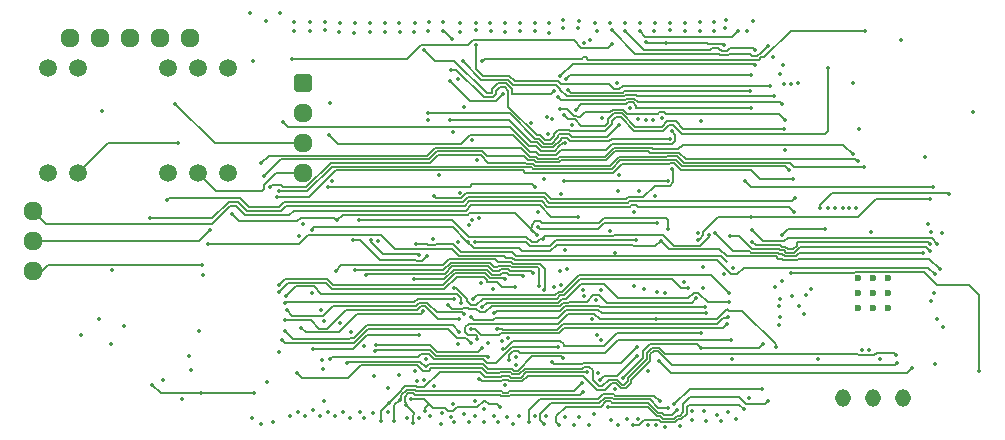
<source format=gbr>
%TF.GenerationSoftware,KiCad,Pcbnew,8.0.0*%
%TF.CreationDate,2024-02-28T09:47:00-08:00*%
%TF.ProjectId,SenseBarnacle,53656e73-6542-4617-926e-61636c652e6b,rev?*%
%TF.SameCoordinates,Original*%
%TF.FileFunction,Copper,L2,Inr*%
%TF.FilePolarity,Positive*%
%FSLAX46Y46*%
G04 Gerber Fmt 4.6, Leading zero omitted, Abs format (unit mm)*
G04 Created by KiCad (PCBNEW 8.0.0) date 2024-02-28 09:47:00*
%MOMM*%
%LPD*%
G01*
G04 APERTURE LIST*
G04 Aperture macros list*
%AMRoundRect*
0 Rectangle with rounded corners*
0 $1 Rounding radius*
0 $2 $3 $4 $5 $6 $7 $8 $9 X,Y pos of 4 corners*
0 Add a 4 corners polygon primitive as box body*
4,1,4,$2,$3,$4,$5,$6,$7,$8,$9,$2,$3,0*
0 Add four circle primitives for the rounded corners*
1,1,$1+$1,$2,$3*
1,1,$1+$1,$4,$5*
1,1,$1+$1,$6,$7*
1,1,$1+$1,$8,$9*
0 Add four rect primitives between the rounded corners*
20,1,$1+$1,$2,$3,$4,$5,0*
20,1,$1+$1,$4,$5,$6,$7,0*
20,1,$1+$1,$6,$7,$8,$9,0*
20,1,$1+$1,$8,$9,$2,$3,0*%
G04 Aperture macros list end*
%TA.AperFunction,ComponentPad*%
%ADD10RoundRect,0.225000X-0.525000X-0.525000X0.525000X-0.525000X0.525000X0.525000X-0.525000X0.525000X0*%
%TD*%
%TA.AperFunction,ComponentPad*%
%ADD11RoundRect,0.525000X-0.225000X-0.225000X0.225000X-0.225000X0.225000X0.225000X-0.225000X0.225000X0*%
%TD*%
%TA.AperFunction,ComponentPad*%
%ADD12RoundRect,0.525000X-0.225000X0.225000X-0.225000X-0.225000X0.225000X-0.225000X0.225000X0.225000X0*%
%TD*%
%TA.AperFunction,ComponentPad*%
%ADD13RoundRect,0.525000X0.225000X-0.225000X0.225000X0.225000X-0.225000X0.225000X-0.225000X-0.225000X0*%
%TD*%
%TA.AperFunction,ComponentPad*%
%ADD14C,1.500000*%
%TD*%
%TA.AperFunction,ComponentPad*%
%ADD15C,0.600000*%
%TD*%
%TA.AperFunction,ComponentPad*%
%ADD16O,1.300000X1.500000*%
%TD*%
%TA.AperFunction,ViaPad*%
%ADD17C,0.350000*%
%TD*%
%TA.AperFunction,Conductor*%
%ADD18C,0.200000*%
%TD*%
%TA.AperFunction,Conductor*%
%ADD19C,0.150000*%
%TD*%
G04 APERTURE END LIST*
D10*
%TO.N,I2C_SDA*%
%TO.C,J5*%
X58410599Y-30648400D03*
D11*
%TO.N,I2C_SCL*%
X58410599Y-33188400D03*
%TO.N,+3V3*%
X58410599Y-35728400D03*
%TO.N,LED_GND*%
X58410599Y-38268400D03*
%TD*%
D12*
%TO.N,LED_5V*%
%TO.C,J3*%
X38725599Y-26838400D03*
%TO.N,+3V3*%
X41265599Y-26838400D03*
%TO.N,LED_GND*%
X43805599Y-26838400D03*
%TO.N,-3.5V*%
X46345599Y-26838400D03*
%TO.N,+18V*%
X48885599Y-26838400D03*
%TD*%
D13*
%TO.N,Select_Probe*%
%TO.C,TP6*%
X35550599Y-46523400D03*
%TD*%
D14*
%TO.N,LED_5V*%
%TO.C,U5*%
X36795199Y-29403800D03*
%TO.N,LED_GND*%
X39335199Y-29403800D03*
%TO.N,-3.5V*%
X46955199Y-29403800D03*
%TO.N,LED_GND*%
X49495199Y-29403800D03*
%TO.N,+18V*%
X52035199Y-29403800D03*
%TD*%
D13*
%TO.N,Button_Probe*%
%TO.C,TP7*%
X35550599Y-43983400D03*
%TD*%
%TO.N,Voltage_Probe*%
%TO.C,TP13*%
X35550599Y-41483400D03*
%TD*%
D14*
%TO.N,LED_5V*%
%TO.C,U12*%
X36820599Y-38268400D03*
%TO.N,LED_GND*%
X39360599Y-38268400D03*
%TO.N,-3.5V*%
X46980599Y-38268400D03*
%TO.N,LED_GND*%
X49520599Y-38268400D03*
%TO.N,+18V*%
X52060599Y-38268400D03*
%TD*%
D15*
%TO.N,LED_GND*%
%TO.C,U9*%
X105390599Y-47158400D03*
X105390599Y-48433400D03*
X105390599Y-49708400D03*
X106665599Y-47158400D03*
X106665599Y-48433400D03*
X106665599Y-49708400D03*
X107940599Y-47158400D03*
X107940599Y-48433400D03*
X107940599Y-49708400D03*
%TD*%
D16*
%TO.N,/SWCLK*%
%TO.C,J2*%
X104130599Y-57318400D03*
%TO.N,LED_GND*%
X106670599Y-57318400D03*
%TO.N,/SWD*%
X109210599Y-57318400D03*
%TD*%
D17*
%TO.N,PDN*%
X98306015Y-31775400D03*
%TO.N,LRCK*%
X79992190Y-31856549D03*
%TO.N,SDOUT1*%
X81538390Y-32911280D03*
%TO.N,Net-(U13-Y1)*%
X60874399Y-38954200D03*
%TO.N,SDIN2*%
X80203363Y-30046125D03*
%TO.N,PDN*%
X101042444Y-48569199D03*
%TO.N,LED_GND*%
X70831199Y-30470600D03*
X73331294Y-42092800D03*
%TO.N,LED_5V*%
X81200948Y-34238022D03*
%TO.N,LED_GND*%
X105527599Y-34534600D03*
%TO.N,LED_5V*%
X55895999Y-59325000D03*
%TO.N,LED_GND*%
X98466399Y-52975000D03*
%TO.N,Net-(U2B-+)*%
X69908408Y-38454594D03*
%TO.N,LED_GND*%
X71542399Y-44085000D03*
X111111615Y-36939924D03*
X73145383Y-52304066D03*
X104976130Y-30630331D03*
%TO.N,Net-(U2B-+)*%
X78849732Y-38737889D03*
%TO.N,LED_GND*%
X45646485Y-56179322D03*
%TO.N,LED_5V*%
X56480199Y-24730200D03*
%TO.N,LED_GND*%
X47818799Y-35753800D03*
X73167999Y-37176200D03*
X109083599Y-26965400D03*
%TO.N,Net-(U13-Y2)*%
X60583012Y-39478696D03*
%TO.N,AOUT1R*%
X71679839Y-39924000D03*
%TO.N,TOP_RAIL_POS*%
X75565398Y-56195587D03*
%TO.N,+3V3*%
X47615599Y-32401000D03*
X102581199Y-43018200D03*
X98974399Y-43526200D03*
%TO.N,I2C_SCL*%
X111471199Y-40478200D03*
%TO.N,Net-(U2C-+)*%
X86833199Y-39817800D03*
%TO.N,+3V3*%
X89169999Y-27270200D03*
%TO.N,LED_GND*%
X54067199Y-59020200D03*
X68087999Y-55870600D03*
X53940199Y-24679400D03*
%TO.N,LED_5V*%
X41417999Y-33010600D03*
%TO.N,+3V3*%
X102022399Y-54041800D03*
%TO.N,Net-(U13-Y2)*%
X78096199Y-39488238D03*
%TO.N,SW_D*%
X111826799Y-48403000D03*
%TO.N,AOUT2L*%
X70983599Y-29505400D03*
%TO.N,Net-(U14-Y2)*%
X76421744Y-53807084D03*
%TO.N,-3.5V*%
X60096400Y-54863998D03*
%TO.N,+18V*%
X89322399Y-43018200D03*
%TO.N,AOUT1R*%
X71515799Y-30304054D03*
%TO.N,Y0_B*%
X85140794Y-34239200D03*
%TO.N,SDIN2*%
X98720399Y-49520600D03*
%TO.N,Net-(U2A--)*%
X71167792Y-34799205D03*
%TO.N,CAD{slash}CSN*%
X73095943Y-27439763D03*
%TO.N,SDIN2*%
X96661503Y-29154588D03*
%TO.N,Net-(U4-Center)*%
X42281599Y-46515400D03*
%TO.N,/QSPI_SCLK*%
X104689635Y-41225855D03*
%TO.N,Y0_A*%
X80584799Y-35703000D03*
%TO.N,Net-(U14-Y1)*%
X76419199Y-54489409D03*
%TO.N,CS_A*%
X108626399Y-53686200D03*
%TO.N,CAD{slash}CSN*%
X97958399Y-30877000D03*
%TO.N,/QSPI_SD0*%
X104105199Y-41240200D03*
%TO.N,Y0_B*%
X69459599Y-43881800D03*
%TO.N,Y3_B*%
X72964799Y-44085000D03*
%TO.N,DATA*%
X78729021Y-43855478D03*
X63160399Y-42256200D03*
%TO.N,CS_B*%
X108727999Y-54346600D03*
%TO.N,/QSPI_SD0*%
X98844534Y-29911802D03*
%TO.N,/QSPI_SD2*%
X100370339Y-30639057D03*
%TO.N,/QSPI_SD3*%
X105289423Y-41224606D03*
%TO.N,CS_B*%
X73353120Y-55670587D03*
%TO.N,/QSPI_SCLK*%
X99075999Y-29151526D03*
%TO.N,ADC_0*%
X70881999Y-33815400D03*
%TO.N,CAD{slash}CSN*%
X101445827Y-48125031D03*
%TO.N,Y3_B*%
X86629999Y-43932600D03*
%TO.N,CLK*%
X94852999Y-46342327D03*
%TO.N,RESET*%
X112353160Y-46424834D03*
%TO.N,CS_C*%
X109997999Y-54753000D03*
%TO.N,CS_A*%
X57877199Y-55176400D03*
%TO.N,RESET*%
X59148440Y-43059573D03*
%TO.N,CS_C*%
X88591431Y-54174432D03*
%TO.N,CLK*%
X64785999Y-43983400D03*
%TO.N,/QSPI_SD2*%
X103484008Y-41209408D03*
%TO.N,RESET*%
X72415596Y-44085000D03*
%TO.N,DATA*%
X92776799Y-43526200D03*
%TO.N,CLK*%
X80584799Y-44796200D03*
%TO.N,RESET*%
X88712799Y-43983400D03*
%TO.N,Net-(U2D--)*%
X79548372Y-33711026D03*
%TO.N,Net-(U4-A)*%
X39614599Y-51984400D03*
%TO.N,/QSPI_SS*%
X99176785Y-30762919D03*
X102225599Y-41240200D03*
%TO.N,Net-(U14-Y4)*%
X67884799Y-55057800D03*
X70206526Y-58625898D03*
%TO.N,/QSPI_SS*%
X113146167Y-40070368D03*
%TO.N,/XOUT*%
X106340599Y-53279800D03*
%TO.N,Net-(JP5-C)*%
X88791853Y-33620766D03*
%TO.N,Net-(JP4-C)*%
X88064892Y-33771723D03*
%TO.N,ADC_0_RP*%
X96449399Y-43091589D03*
%TO.N,AOUT2L*%
X102835199Y-29353000D03*
%TO.N,ADC_0_RP*%
X112145930Y-44236661D03*
%TO.N,Y0_C*%
X85156799Y-38395400D03*
%TO.N,Y3_A*%
X58435999Y-42561000D03*
%TO.N,SDOUT1*%
X98722445Y-51144154D03*
%TO.N,SDIN1*%
X96390999Y-29962600D03*
X98780101Y-48923575D03*
%TO.N,Net-(U2C--)*%
X84994631Y-30664032D03*
%TO.N,Y0_C*%
X84394799Y-43170600D03*
%TO.N,Net-(U2B--)*%
X72759200Y-35487000D03*
%TO.N,Net-(U9-GPIO0)*%
X99998599Y-41525655D03*
%TO.N,Net-(U15-Y4)*%
X67966033Y-44249600D03*
%TO.N,Net-(U9-GPIO0)*%
X45481999Y-42103800D03*
%TO.N,TOP_RAIL_POS*%
X60012514Y-54131519D03*
%TO.N,30*%
X72623825Y-51485920D03*
%TO.N,I2C_SCL*%
X96383599Y-41951400D03*
X112080799Y-50638200D03*
X91830399Y-43918716D03*
%TO.N,TOP_RAIL_POS*%
X96180399Y-57293000D03*
X95985999Y-26203400D03*
%TO.N,Net-(U2A-+)*%
X79144338Y-34987889D03*
%TO.N,-3.5V*%
X64430399Y-55464200D03*
%TO.N,+1V1*%
X106492799Y-43221400D03*
%TO.N,+18V*%
X52390799Y-41748200D03*
X78231294Y-43520410D03*
%TO.N,/XIN*%
X105744263Y-53213569D03*
%TO.N,+18V*%
X61296220Y-42276119D03*
%TO.N,Net-(U13-Y1)*%
X60706000Y-32359600D03*
%TO.N,AOUT1L*%
X72039145Y-32670346D03*
%TO.N,30*%
X94396240Y-58461400D03*
%TO.N,+3V3*%
X83763390Y-33625000D03*
X60655200Y-35052000D03*
%TO.N,Net-(U1C--)*%
X86424038Y-41528000D03*
%TO.N,SDOUT1*%
X96340199Y-32719892D03*
%TO.N,LED_OUT*%
X54219599Y-28743400D03*
X54879999Y-59528200D03*
%TO.N,7*%
X71792847Y-49264671D03*
X65649599Y-58461400D03*
X65395599Y-25568400D03*
X57004251Y-48716824D03*
%TO.N,26*%
X83642917Y-52420082D03*
X89525599Y-25543000D03*
X89097701Y-59807400D03*
%TO.N,43*%
X92431064Y-49572013D03*
X72507599Y-59350400D03*
X74588107Y-50149008D03*
X73059466Y-26181046D03*
%TO.N,27*%
X91021557Y-48002017D03*
X90795599Y-25543000D03*
X91384399Y-58430844D03*
X71217313Y-47970612D03*
%TO.N,ADC_3_RP*%
X93293399Y-43373800D03*
%TO.N,18*%
X77919196Y-46704200D03*
X63727329Y-46922773D03*
%TO.N,56*%
X90337200Y-59674809D03*
X86477599Y-47793400D03*
%TO.N,2*%
X59909199Y-49860200D03*
X59045599Y-25441400D03*
X58576218Y-58797114D03*
%TO.N,21*%
X82168907Y-48138243D03*
X83175599Y-25568400D03*
X83026245Y-58630460D03*
%TO.N,36*%
X64216893Y-43975400D03*
X64333281Y-58542082D03*
X64074799Y-26355800D03*
X68261956Y-45241649D03*
%TO.N,14*%
X64523900Y-53339349D03*
X74506884Y-48049294D03*
X74285595Y-25568408D03*
X74107997Y-53828417D03*
X74620387Y-58825903D03*
%TO.N,54*%
X95754953Y-58272691D03*
%TO.N,I2C_SDA*%
X111742261Y-39482307D03*
%TO.N,BOTTOM_RAIL_POS*%
X72962676Y-57549116D03*
%TO.N,54*%
X86934799Y-26254200D03*
X86350599Y-59604400D03*
X95233693Y-26213243D03*
X94724153Y-53971600D03*
%TO.N,55*%
X88154000Y-26203401D03*
X83675188Y-48151136D03*
X87620599Y-59604400D03*
%TO.N,I2C_SDA*%
X112588799Y-51298600D03*
X82718399Y-26965400D03*
%TO.N,LED_DATA_IN*%
X50380776Y-44293775D03*
X111910131Y-46829468D03*
X48224609Y-57421457D03*
%TO.N,34*%
X62185688Y-54329600D03*
X61839599Y-58461400D03*
X80427602Y-53948242D03*
X61483999Y-26305000D03*
%TO.N,29*%
X72664211Y-50485920D03*
X92574682Y-50154574D03*
X93483888Y-58775200D03*
X93211419Y-25493820D03*
%TO.N,8*%
X56910684Y-49309486D03*
%TO.N,28*%
X92384399Y-58444705D03*
X92065599Y-25492200D03*
X91701660Y-48887202D03*
X70741841Y-49427486D03*
%TO.N,37*%
X82449176Y-55153087D03*
X65014607Y-59223400D03*
X65395599Y-26305000D03*
X65685653Y-57735454D03*
X80742006Y-46417886D03*
%TO.N,10*%
X69080847Y-25486448D03*
%TO.N,18*%
X79017999Y-58848390D03*
X79238599Y-25568400D03*
%TO.N,24*%
X86822545Y-59063000D03*
X82859042Y-50610616D03*
X86985599Y-25543000D03*
%TO.N,13*%
X73596983Y-53052443D03*
%TO.N,41*%
X94499954Y-48428400D03*
%TO.N,9*%
X72075313Y-50211464D03*
X67935599Y-25568400D03*
X57031656Y-49897167D03*
X68207934Y-59006014D03*
X66584799Y-55343382D03*
%TO.N,LED_DATA_IN*%
X55286399Y-25390600D03*
%TO.N,13*%
X72959237Y-58853777D03*
X64595599Y-52797425D03*
X73040999Y-25593800D03*
X73533012Y-47556218D03*
%TO.N,42*%
X71745599Y-26305000D03*
%TO.N,39*%
X67833999Y-26355800D03*
%TO.N,3*%
X59842693Y-58853175D03*
X60315599Y-25441400D03*
X60167025Y-50772021D03*
%TO.N,51*%
X83301180Y-26235567D03*
X79700399Y-47891299D03*
X82667599Y-59604400D03*
%TO.N,46*%
X75850263Y-54080849D03*
X94643599Y-52365400D03*
%TO.N,60*%
X94129736Y-25997600D03*
X95113599Y-59096400D03*
X94081342Y-46844457D03*
%TO.N,25*%
X88317188Y-59607400D03*
%TO.N,BOTTOM_RAIL_NEG*%
X71556548Y-52757651D03*
X83378799Y-55210200D03*
X56353199Y-53432200D03*
%TO.N,59*%
X92278038Y-46261400D03*
X93183693Y-26228654D03*
X93791562Y-59290312D03*
%TO.N,4*%
X61585599Y-25568400D03*
%TO.N,15*%
X75709993Y-58917475D03*
X56353199Y-47742600D03*
X75493480Y-47197411D03*
%TO.N,35*%
X68924400Y-45314029D03*
X62703199Y-26406600D03*
X62660399Y-43975400D03*
X63236599Y-58461400D03*
%TO.N,1*%
X59147199Y-48453800D03*
%TO.N,BOTTOM_RAIL_POS*%
X55354199Y-55921400D03*
%TO.N,51*%
X83556599Y-55827800D03*
X86720722Y-53717773D03*
%TO.N,SW_D*%
X49593548Y-51650949D03*
%TO.N,1*%
X57351021Y-58850288D03*
X57648599Y-25441400D03*
%TO.N,12*%
X72096619Y-58685420D03*
X56632599Y-52365400D03*
X72651740Y-52687399D03*
X68865265Y-54047624D03*
X71745599Y-25568400D03*
%TO.N,33*%
X60706457Y-54004575D03*
X80007999Y-52986166D03*
X60569599Y-58522000D03*
X60264799Y-26152600D03*
%TO.N,39*%
X80274257Y-47716113D03*
X82119475Y-56836619D03*
X67149692Y-57931301D03*
X67756237Y-59400949D03*
%TO.N,TOP_RAIL_NEG*%
X96535999Y-25390600D03*
X60213999Y-57547000D03*
X97247199Y-56531000D03*
X89873473Y-57837510D03*
X73777099Y-58219620D03*
%TO.N,53*%
X97383739Y-52758036D03*
X92154597Y-53094936D03*
X85080599Y-59604400D03*
X96663186Y-27854588D03*
X85500787Y-55633815D03*
X85664799Y-26203400D03*
%TO.N,47*%
X88671736Y-57592467D03*
X78095599Y-26254200D03*
X77587599Y-59350400D03*
X87308808Y-48047083D03*
%TO.N,6*%
X63625599Y-58969400D03*
X64125599Y-25568400D03*
X63625599Y-52936635D03*
%TO.N,31*%
X57673999Y-26203400D03*
X58042499Y-58461400D03*
X58283599Y-51349400D03*
X68595999Y-49977800D03*
%TO.N,23*%
X85715599Y-25543000D03*
X83240192Y-49005200D03*
X85834599Y-59088400D03*
%TO.N,38*%
X80160399Y-46565319D03*
X82063113Y-56067278D03*
X66618756Y-57449357D03*
X66165599Y-59223400D03*
X66614799Y-26305000D03*
%TO.N,50*%
X81749906Y-25964638D03*
X79519199Y-54278658D03*
X86721028Y-53010971D03*
X81397599Y-59604400D03*
%TO.N,40*%
X67559876Y-57407296D03*
X68993603Y-26280800D03*
X75758799Y-52271200D03*
X68782845Y-58447069D03*
X75102099Y-58111155D03*
%TO.N,49*%
X80410720Y-26016677D03*
X90135041Y-58321333D03*
X80127599Y-59604400D03*
X89057745Y-48388254D03*
%TO.N,5*%
X62510599Y-51745065D03*
X62403120Y-58997989D03*
X62855599Y-25568400D03*
%TO.N,57*%
X90652277Y-47526465D03*
X91365690Y-59156661D03*
X90744799Y-26203400D03*
%TO.N,16*%
X76360399Y-47915157D03*
X56403999Y-48301400D03*
X76825599Y-25568400D03*
X76709993Y-58826122D03*
%TO.N,17*%
X67818493Y-47238719D03*
X77020759Y-47004200D03*
X78095599Y-25568400D03*
X78087599Y-58842400D03*
%TO.N,32*%
X59299599Y-53127400D03*
X58994799Y-26254200D03*
X59299599Y-58334400D03*
X68214947Y-51958800D03*
%TO.N,22*%
X84498632Y-59218000D03*
X82249749Y-48714624D03*
X84445599Y-25568400D03*
%TO.N,56*%
X89525599Y-26152600D03*
%TO.N,8*%
X67207934Y-59008107D03*
X65641599Y-56480200D03*
X71228931Y-48970612D03*
X66521199Y-25568400D03*
%TO.N,58*%
X92260283Y-47993896D03*
X92573599Y-59223400D03*
X92014799Y-26254202D03*
%TO.N,SW_D*%
X55647643Y-39487999D03*
%TO.N,30*%
X94343599Y-51034200D03*
%TO.N,11*%
X70301887Y-25505741D03*
X56886599Y-51603400D03*
X69545296Y-56258773D03*
X71668387Y-51725142D03*
X70919842Y-58927600D03*
%TO.N,41*%
X70140363Y-59484504D03*
X72801501Y-48973806D03*
X70293603Y-26221132D03*
X71024949Y-26904000D03*
%TO.N,52*%
X84557034Y-26144641D03*
X97824761Y-27481804D03*
X84242399Y-58105800D03*
X97805999Y-57547000D03*
%TO.N,20*%
X61196599Y-46523400D03*
X81781071Y-25365445D03*
X81778599Y-58961400D03*
X78806799Y-48199800D03*
%TO.N,25*%
X88204799Y-25543000D03*
X83320627Y-51940139D03*
%TO.N,10*%
X56886599Y-50714400D03*
X68647454Y-55748809D03*
X69207934Y-58870511D03*
X71676742Y-50659955D03*
%TO.N,44*%
X73777599Y-59350400D03*
X74822672Y-51461861D03*
X94424954Y-50439739D03*
X74336399Y-26254200D03*
%TO.N,46*%
X76190599Y-59477400D03*
X76825599Y-26203400D03*
%TO.N,19*%
X78427357Y-47819399D03*
X80627599Y-58961400D03*
%TO.N,15*%
X75555599Y-25568418D03*
%TO.N,48*%
X89313472Y-58127113D03*
%TO.N,BOTTOM_RAIL_POS*%
X84818199Y-56582400D03*
%TO.N,42*%
X94499954Y-49190400D03*
X73617494Y-49600760D03*
X71245599Y-59350400D03*
%TO.N,45*%
X74920599Y-59350400D03*
X75344799Y-53179621D03*
X92154597Y-51807773D03*
X75555599Y-26305000D03*
%TO.N,BOTTOM_RAIL_POS*%
X87636502Y-55048303D03*
%TO.N,4*%
X61133120Y-58813812D03*
X61585599Y-50976400D03*
%TO.N,19*%
X62791999Y-46469721D03*
X80410720Y-25309570D03*
%TO.N,LED_GND*%
X88306399Y-50638200D03*
X115179599Y-33061400D03*
%TO.N,30*%
X94253038Y-25284708D03*
%TO.N,/QSPI_SD1*%
X102884339Y-41240196D03*
%TO.N,ADC_2*%
X80533999Y-38954200D03*
%TO.N,MCK*%
X80495750Y-33349200D03*
%TO.N,ADC_1*%
X89644892Y-37940773D03*
%TO.N,BICK*%
X99278375Y-33769892D03*
%TO.N,SDIN1*%
X80733674Y-30266833D03*
%TO.N,LRCK*%
X100853999Y-50181000D03*
%TO.N,AOUT2L*%
X72491600Y-42672000D03*
%TO.N,Net-(U15-Y4)*%
X84851999Y-44999400D03*
%TO.N,Net-(U4-D)*%
X43302124Y-51251834D03*
%TO.N,/QSPI_SD1*%
X99774075Y-30705929D03*
%TO.N,Button_Probe*%
X50511199Y-43069000D03*
%TO.N,ADC_2*%
X79060799Y-33518600D03*
%TO.N,Select_Probe*%
X49834800Y-46024800D03*
%TO.N,ADC_2*%
X89322399Y-38903400D03*
%TO.N,Net-(U4-B)*%
X42154599Y-52746400D03*
%TO.N,AOUT2R*%
X73595943Y-28805014D03*
%TO.N,Y3_B*%
X86135771Y-32793629D03*
%TO.N,ADC_2_RP*%
X111506579Y-44866726D03*
%TO.N,ADC_1*%
X69510399Y-40173400D03*
%TO.N,Voltage_Probe*%
X81724408Y-42017023D03*
%TO.N,ADC_1*%
X68978324Y-33813319D03*
%TO.N,Y3_A*%
X57521599Y-28591000D03*
%TO.N,Y3_C*%
X92099444Y-33854843D03*
%TO.N,BICK*%
X80153262Y-32856549D03*
%TO.N,Net-(U14-Y2)*%
X75291572Y-52511081D03*
%TO.N,GPI0_2*%
X99753399Y-46758311D03*
%TO.N,Y3_C*%
X91830399Y-43323000D03*
%TO.N,Y0_A*%
X58123199Y-43577000D03*
%TO.N,LRCK*%
X98974399Y-32451800D03*
%TO.N,Net-(U9-GPIO1)*%
X100096954Y-40398193D03*
%TO.N,SDOUT2*%
X80889599Y-31232600D03*
%TO.N,BICK*%
X100396799Y-49520600D03*
%TO.N,SDOUT2*%
X98771199Y-50485800D03*
%TO.N,ADC_1_RP*%
X111546750Y-44268070D03*
%TO.N,Net-(U9-GPIO1)*%
X46888400Y-40538400D03*
%TO.N,ADC_1_RP*%
X96449399Y-44072711D03*
%TO.N,/QSPI_SD3*%
X98194547Y-28454600D03*
%TO.N,Y3_A*%
X84553245Y-27322954D03*
%TO.N,Y0_B*%
X69002399Y-33213800D03*
%TO.N,PDN*%
X71964431Y-28778568D03*
%TO.N,Net-(JP3-C)*%
X87493599Y-33772600D03*
%TO.N,MCK*%
X99180249Y-34529065D03*
%TO.N,Net-(U4-C)*%
X41138599Y-50587400D03*
%TO.N,AOUT2R*%
X105970915Y-26203400D03*
%TO.N,AOUT1L*%
X72735531Y-42214800D03*
%TO.N,ADC_2_RP*%
X94593399Y-43620062D03*
%TO.N,Y0_A*%
X56759599Y-33975800D03*
%TO.N,MCK*%
X99807999Y-48691569D03*
%TO.N,SDOUT2*%
X96306770Y-31312015D03*
%TO.N,Y0_A*%
X82258368Y-27232227D03*
%TO.N,GPI0_2*%
X115687606Y-55057814D03*
%TO.N,ADC_0*%
X89506096Y-35350483D03*
%TO.N,Net-(U1B--)*%
X85105999Y-39793600D03*
%TO.N,SW_A*%
X98974399Y-47437800D03*
X56212428Y-40337429D03*
%TO.N,+3V3*%
X87493599Y-27151598D03*
X94097599Y-27422600D03*
%TO.N,SW_A*%
X99945599Y-38751000D03*
%TO.N,SW_PUSH*%
X54879999Y-37430200D03*
X111928399Y-54397400D03*
X49923999Y-46879000D03*
X104968799Y-36668200D03*
%TO.N,SW_C*%
X105375199Y-37277800D03*
X48793446Y-53766500D03*
X111582567Y-49123968D03*
X55127416Y-38534093D03*
%TO.N,Net-(U6-AVDRV)*%
X79658573Y-31328034D03*
X68646799Y-27829000D03*
%TO.N,SW_B*%
X48971200Y-54956198D03*
X99607584Y-38036139D03*
X56373465Y-39819055D03*
X98382986Y-47895286D03*
%TO.N,Net-(U2D-+)*%
X78296599Y-41538238D03*
%TO.N,SW_A*%
X46583600Y-55778400D03*
%TO.N,+3V3*%
X89627199Y-34687000D03*
%TO.N,Net-(U1D--)*%
X88255599Y-40173400D03*
%TO.N,I2C_SDA*%
X95832799Y-38954200D03*
%TO.N,LED_GND*%
X71085199Y-57801000D03*
%TO.N,+1V1*%
X111623599Y-43221400D03*
%TO.N,LED_GND*%
X54304199Y-56896457D03*
X49749199Y-56896457D03*
%TO.N,+1V1*%
X107254799Y-53991000D03*
%TO.N,+3V3*%
X112537999Y-43373800D03*
X99228399Y-36312600D03*
X111318799Y-42611800D03*
%TO.N,LED_GND*%
X75367431Y-31604431D03*
%TO.N,ADC_3_RP*%
X110957984Y-45004699D03*
%TO.N,ADC_3*%
X78305009Y-42851661D03*
X77771227Y-33993257D03*
X88407999Y-42510200D03*
%TO.N,Net-(JP2-C)*%
X86825199Y-33721800D03*
%TO.N,Net-(U14-Y1)*%
X74053519Y-52665691D03*
%TO.N,Net-(U1A--)*%
X80290891Y-40027799D03*
%TO.N,SW_D*%
X105933999Y-37735000D03*
%TO.N,48*%
X78857599Y-59477400D03*
X88425653Y-48344454D03*
X79263999Y-26406600D03*
%TD*%
D18*
%TO.N,+18V*%
X77780009Y-42815172D02*
X77759761Y-42835420D01*
%TO.N,Net-(U9-GPIO1)*%
X53841721Y-41104600D02*
X53079721Y-40342600D01*
D19*
%TO.N,ADC_3*%
X83428402Y-43021817D02*
X78475165Y-43021817D01*
%TO.N,Net-(U13-Y2)*%
X72728193Y-39209600D02*
X77817561Y-39209600D01*
%TO.N,DATA*%
X89808515Y-44418716D02*
X88865199Y-43475400D01*
D18*
%TO.N,Net-(U9-GPIO0)*%
X56577762Y-41454600D02*
X56984164Y-41048198D01*
D19*
%TO.N,ADC_1*%
X69510399Y-40173400D02*
X69710197Y-40373198D01*
D18*
%TO.N,Voltage_Probe*%
X57637136Y-41449000D02*
X72213093Y-41449000D01*
D19*
%TO.N,Net-(U13-Y2)*%
X60648908Y-39412800D02*
X72524993Y-39412800D01*
D18*
%TO.N,+18V*%
X77759761Y-43048877D02*
X78231294Y-43520410D01*
%TO.N,Voltage_Probe*%
X72213093Y-41449000D02*
X72648855Y-41013238D01*
D19*
%TO.N,DATA*%
X78473428Y-43855478D02*
X78729021Y-43855478D01*
X77309556Y-43650464D02*
X77786892Y-44127800D01*
%TO.N,ADC_1*%
X89466240Y-39360600D02*
X89779599Y-39047241D01*
%TO.N,ADC_3*%
X78475165Y-43021817D02*
X78305009Y-42851661D01*
D18*
%TO.N,Net-(U9-GPIO0)*%
X79122998Y-41127200D02*
X86082375Y-41127200D01*
X99600144Y-41127200D02*
X99998599Y-41525655D01*
X50711607Y-42103800D02*
X52122807Y-40692600D01*
%TO.N,Voltage_Probe*%
X50743781Y-42566600D02*
X52267781Y-41042600D01*
D19*
%TO.N,ADC_1*%
X87237399Y-40328000D02*
X88204799Y-39360600D01*
%TO.N,DATA*%
X88865199Y-43475400D02*
X84797106Y-43475400D01*
%TO.N,ADC_1*%
X88204799Y-39360600D02*
X89466240Y-39360600D01*
D18*
%TO.N,Net-(U9-GPIO0)*%
X86641501Y-41003000D02*
X86765701Y-41127200D01*
D19*
%TO.N,DATA*%
X72454064Y-43650464D02*
X77309556Y-43650464D01*
D18*
%TO.N,Net-(U9-GPIO1)*%
X47084200Y-40342600D02*
X46888400Y-40538400D01*
%TO.N,Net-(U9-GPIO0)*%
X78659036Y-40663238D02*
X79122998Y-41127200D01*
%TO.N,+18V*%
X72518068Y-41639000D02*
X76349884Y-41639000D01*
X78522472Y-42326661D02*
X78087546Y-42326661D01*
%TO.N,Net-(U9-GPIO0)*%
X52934747Y-40692600D02*
X53696747Y-41454600D01*
D19*
%TO.N,ADC_1*%
X79402591Y-40452199D02*
X85802781Y-40452199D01*
%TO.N,DATA*%
X78951899Y-43632600D02*
X78729021Y-43855478D01*
X63160399Y-42256200D02*
X71059800Y-42256200D01*
D18*
%TO.N,Voltage_Probe*%
X72648855Y-41013238D02*
X78458700Y-41013238D01*
D19*
%TO.N,DATA*%
X92776799Y-43679423D02*
X92037506Y-44418716D01*
D18*
%TO.N,Net-(U9-GPIO1)*%
X86061600Y-40653000D02*
X85937400Y-40777200D01*
D19*
%TO.N,ADC_1*%
X85926982Y-40328000D02*
X87237399Y-40328000D01*
D18*
%TO.N,Net-(U9-GPIO0)*%
X72118921Y-41048198D02*
X72503881Y-40663238D01*
%TO.N,Net-(U9-GPIO1)*%
X79267972Y-40777200D02*
X78804010Y-40313238D01*
%TO.N,Voltage_Probe*%
X52267781Y-41042600D02*
X52789773Y-41042600D01*
%TO.N,Net-(U9-GPIO1)*%
X78804010Y-40313238D02*
X72358907Y-40313238D01*
%TO.N,+18V*%
X72358068Y-41799000D02*
X72518068Y-41639000D01*
D19*
%TO.N,ADC_1*%
X69710197Y-40373198D02*
X71836459Y-40373198D01*
D18*
%TO.N,Net-(U9-GPIO0)*%
X52122807Y-40692600D02*
X52934747Y-40692600D01*
D19*
%TO.N,Net-(U13-Y2)*%
X77817561Y-39209600D02*
X78096199Y-39488238D01*
D18*
%TO.N,Net-(U9-GPIO1)*%
X53079721Y-40342600D02*
X47084200Y-40342600D01*
%TO.N,Net-(U9-GPIO0)*%
X86765701Y-41127200D02*
X99600144Y-41127200D01*
%TO.N,Net-(U9-GPIO1)*%
X99842147Y-40653000D02*
X86061600Y-40653000D01*
%TO.N,+18V*%
X83937599Y-42053000D02*
X83523576Y-42467023D01*
%TO.N,Net-(U9-GPIO1)*%
X71973947Y-40698198D02*
X56839189Y-40698198D01*
D19*
%TO.N,DATA*%
X84639906Y-43632600D02*
X78951899Y-43632600D01*
D18*
%TO.N,Net-(U9-GPIO1)*%
X72358907Y-40313238D02*
X71973947Y-40698198D01*
D19*
%TO.N,DATA*%
X78201106Y-44127800D02*
X78473428Y-43855478D01*
D18*
%TO.N,+18V*%
X76349884Y-41639000D02*
X78231294Y-43520410D01*
D19*
%TO.N,DATA*%
X71059800Y-42256200D02*
X72454064Y-43650464D01*
D18*
%TO.N,Voltage_Probe*%
X52789773Y-41042600D02*
X53551773Y-41804600D01*
D19*
%TO.N,ADC_3*%
X83940019Y-42510200D02*
X83428402Y-43021817D01*
D18*
%TO.N,Net-(U9-GPIO0)*%
X86082375Y-41127200D02*
X86206575Y-41003000D01*
%TO.N,Voltage_Probe*%
X36633799Y-42566600D02*
X50743781Y-42566600D01*
%TO.N,+18V*%
X89119199Y-42053000D02*
X83937599Y-42053000D01*
X61296220Y-42276119D02*
X61773339Y-41799000D01*
D19*
%TO.N,ADC_3*%
X88407999Y-42510200D02*
X83940019Y-42510200D01*
D18*
%TO.N,Net-(U9-GPIO1)*%
X85937400Y-40777200D02*
X79267972Y-40777200D01*
D19*
%TO.N,DATA*%
X92037506Y-44418716D02*
X89808515Y-44418716D01*
D18*
%TO.N,+18V*%
X78087546Y-42326661D02*
X77780009Y-42634198D01*
D19*
%TO.N,Net-(U13-Y2)*%
X72524993Y-39412800D02*
X72728193Y-39209600D01*
%TO.N,ADC_1*%
X71836459Y-40373198D02*
X72221419Y-39988238D01*
%TO.N,DATA*%
X92776799Y-43526200D02*
X92776799Y-43679423D01*
D18*
%TO.N,+18V*%
X77780009Y-42634198D02*
X77780009Y-42815172D01*
X89322399Y-43018200D02*
X89322399Y-42256200D01*
X89322399Y-42256200D02*
X89119199Y-42053000D01*
D19*
%TO.N,DATA*%
X77786892Y-44127800D02*
X78201106Y-44127800D01*
D18*
%TO.N,+18V*%
X83523576Y-42467023D02*
X78662834Y-42467023D01*
D19*
%TO.N,ADC_1*%
X72221419Y-39988238D02*
X78938630Y-39988238D01*
%TO.N,DATA*%
X84797106Y-43475400D02*
X84639906Y-43632600D01*
D18*
%TO.N,+18V*%
X78662834Y-42467023D02*
X78522472Y-42326661D01*
X77759761Y-42835420D02*
X77759761Y-43048877D01*
%TO.N,Net-(U9-GPIO0)*%
X45481999Y-42103800D02*
X50711607Y-42103800D01*
D19*
%TO.N,ADC_1*%
X85802781Y-40452199D02*
X85926982Y-40328000D01*
D18*
%TO.N,Net-(U9-GPIO1)*%
X100096954Y-40398193D02*
X99842147Y-40653000D01*
%TO.N,Net-(U9-GPIO0)*%
X72503881Y-40663238D02*
X78659036Y-40663238D01*
%TO.N,Voltage_Probe*%
X35550599Y-41483400D02*
X36633799Y-42566600D01*
X79462485Y-42017023D02*
X81724408Y-42017023D01*
X53551773Y-41804600D02*
X57281536Y-41804600D01*
%TO.N,Net-(U9-GPIO0)*%
X56984164Y-41048198D02*
X72118921Y-41048198D01*
X86206575Y-41003000D02*
X86641501Y-41003000D01*
%TO.N,Voltage_Probe*%
X57281536Y-41804600D02*
X57637136Y-41449000D01*
X78458700Y-41013238D02*
X79462485Y-42017023D01*
%TO.N,+18V*%
X61773339Y-41799000D02*
X72358068Y-41799000D01*
D19*
%TO.N,ADC_1*%
X89779599Y-39047241D02*
X89779599Y-38075480D01*
%TO.N,Net-(U13-Y2)*%
X60583012Y-39478696D02*
X60648908Y-39412800D01*
D18*
%TO.N,Net-(U9-GPIO0)*%
X53696747Y-41454600D02*
X56577762Y-41454600D01*
D19*
%TO.N,ADC_1*%
X89779599Y-38075480D02*
X89644892Y-37940773D01*
D18*
%TO.N,Net-(U9-GPIO1)*%
X56839189Y-40698198D02*
X56432787Y-41104600D01*
X56432787Y-41104600D02*
X53841721Y-41104600D01*
D19*
%TO.N,ADC_1*%
X78938630Y-39988238D02*
X79402591Y-40452199D01*
D18*
%TO.N,+3V3*%
X89627199Y-34687000D02*
X89956096Y-35015897D01*
D19*
%TO.N,Y0_B*%
X78812967Y-35787889D02*
X79475709Y-35787889D01*
X84149594Y-35230400D02*
X85140794Y-34239200D01*
X79944338Y-35303623D02*
X80010719Y-35237242D01*
X80926599Y-34978000D02*
X81178999Y-35230400D01*
D18*
%TO.N,+3V3*%
X78429820Y-36712889D02*
X78192530Y-36475600D01*
D19*
%TO.N,Y0_B*%
X80010719Y-35237242D02*
X80010719Y-35108680D01*
X81178999Y-35230400D02*
X84149594Y-35230400D01*
X75961999Y-33213800D02*
X78095599Y-35347400D01*
D18*
%TO.N,+3V3*%
X84042284Y-36323200D02*
X80248546Y-36323200D01*
X71805203Y-35804600D02*
X61407800Y-35804600D01*
D19*
%TO.N,Y0_B*%
X80010719Y-35108680D02*
X80141399Y-34978000D01*
X78095599Y-35347400D02*
X78372478Y-35347400D01*
D18*
%TO.N,+3V3*%
X84560884Y-35804600D02*
X84042284Y-36323200D01*
X76223051Y-35037000D02*
X72572803Y-35037000D01*
X89956096Y-35015897D02*
X89956096Y-35536880D01*
D19*
%TO.N,ADC_0*%
X80244338Y-35443524D02*
X80244338Y-35427887D01*
X78248214Y-35647400D02*
X78688703Y-36087889D01*
%TO.N,Y0_B*%
X80141399Y-34978000D02*
X80926599Y-34978000D01*
%TO.N,ADC_0*%
X80310719Y-35278000D02*
X80802335Y-35278000D01*
X84555381Y-35350483D02*
X89506096Y-35350483D01*
D18*
%TO.N,+3V3*%
X79858857Y-36712889D02*
X78429820Y-36712889D01*
X61407800Y-35804600D02*
X60655200Y-35052000D01*
X89688376Y-35804600D02*
X84560884Y-35804600D01*
D19*
%TO.N,Y0_B*%
X69002399Y-33213800D02*
X75961999Y-33213800D01*
%TO.N,ADC_0*%
X80802335Y-35278000D02*
X81054735Y-35530400D01*
X79599973Y-36087889D02*
X80244338Y-35443524D01*
D18*
%TO.N,+3V3*%
X80248546Y-36323200D02*
X79858857Y-36712889D01*
X77661651Y-36475600D02*
X76223051Y-35037000D01*
D19*
%TO.N,ADC_0*%
X81054735Y-35530400D02*
X84375464Y-35530400D01*
X80244338Y-35427887D02*
X80310719Y-35361506D01*
X75885335Y-33815400D02*
X77717335Y-35647400D01*
D18*
%TO.N,+3V3*%
X89956096Y-35536880D02*
X89688376Y-35804600D01*
D19*
%TO.N,ADC_0*%
X84375464Y-35530400D02*
X84555381Y-35350483D01*
D18*
%TO.N,+3V3*%
X72572803Y-35037000D02*
X71805203Y-35804600D01*
X78192530Y-36475600D02*
X77661651Y-36475600D01*
D19*
%TO.N,ADC_0*%
X77717335Y-35647400D02*
X78248214Y-35647400D01*
%TO.N,Y0_B*%
X79944338Y-35319260D02*
X79944338Y-35303623D01*
%TO.N,ADC_0*%
X78688703Y-36087889D02*
X79599973Y-36087889D01*
%TO.N,Y0_B*%
X78372478Y-35347400D02*
X78812967Y-35787889D01*
%TO.N,ADC_0*%
X70881999Y-33815400D02*
X75885335Y-33815400D01*
%TO.N,Y0_B*%
X79475709Y-35787889D02*
X79944338Y-35319260D01*
%TO.N,ADC_0*%
X80310719Y-35361506D02*
X80310719Y-35278000D01*
%TO.N,Select_Probe*%
X36300599Y-46523400D02*
X36799199Y-46024800D01*
X35550599Y-46523400D02*
X36300599Y-46523400D01*
X36799199Y-46024800D02*
X49834800Y-46024800D01*
D18*
%TO.N,LED_GND*%
X49749199Y-56896457D02*
X46363620Y-56896457D01*
X46363620Y-56896457D02*
X45646485Y-56179322D01*
D19*
%TO.N,45*%
X80507999Y-52779059D02*
X80223746Y-52494806D01*
X83892153Y-52918846D02*
X80507999Y-52918846D01*
X80507999Y-52918846D02*
X80507999Y-52779059D01*
%TO.N,46*%
X75850263Y-53699462D02*
X75850263Y-54080849D01*
%TO.N,33*%
X60881432Y-53829600D02*
X60706457Y-54004575D01*
X80007999Y-52986166D02*
X76139295Y-52986166D01*
X74771415Y-54354046D02*
X74021053Y-54354046D01*
%TO.N,46*%
X76628851Y-53307084D02*
X76242641Y-53307084D01*
%TO.N,45*%
X80223746Y-52494806D02*
X76178387Y-52494806D01*
X92154597Y-51807773D02*
X85003226Y-51807773D01*
%TO.N,33*%
X74021053Y-54354046D02*
X73709595Y-54042588D01*
%TO.N,45*%
X75493572Y-53179621D02*
X75344799Y-53179621D01*
%TO.N,46*%
X76242641Y-53307084D02*
X75850263Y-53699462D01*
%TO.N,33*%
X68401979Y-53567004D02*
X68139383Y-53829600D01*
%TO.N,45*%
X85003226Y-51807773D02*
X83892153Y-52918846D01*
%TO.N,33*%
X76139295Y-52986166D02*
X74771415Y-54354046D01*
X69071645Y-53567004D02*
X68401979Y-53567004D01*
%TO.N,46*%
X83967341Y-53478658D02*
X76800425Y-53478658D01*
%TO.N,45*%
X76178387Y-52494806D02*
X75493572Y-53179621D01*
%TO.N,46*%
X94643599Y-52365400D02*
X85080599Y-52365400D01*
X76800425Y-53478658D02*
X76628851Y-53307084D01*
%TO.N,33*%
X73709595Y-54042588D02*
X69547229Y-54042588D01*
X68139383Y-53829600D02*
X60881432Y-53829600D01*
X69547229Y-54042588D02*
X69071645Y-53567004D01*
%TO.N,46*%
X85080599Y-52365400D02*
X83967341Y-53478658D01*
%TO.N,BICK*%
X80787686Y-32856549D02*
X80153262Y-32856549D01*
X88584746Y-33120766D02*
X88446376Y-33259136D01*
%TO.N,CAD{slash}CSN*%
X73095943Y-29484144D02*
X73095943Y-27439763D01*
X80229866Y-30732600D02*
X80000300Y-30503034D01*
X84787524Y-31164032D02*
X84356092Y-30732600D01*
X73663399Y-30051600D02*
X73095943Y-29484144D01*
X97958399Y-30877000D02*
X97952538Y-30871139D01*
X84356092Y-30732600D02*
X80229866Y-30732600D01*
X85201738Y-31164032D02*
X84787524Y-31164032D01*
X75900566Y-30051600D02*
X73663399Y-30051600D01*
X76352000Y-30503034D02*
X75900566Y-30051600D01*
X80000300Y-30503034D02*
X76352000Y-30503034D01*
X97952538Y-30871139D02*
X85494631Y-30871139D01*
X85494631Y-30871139D02*
X85201738Y-31164032D01*
%TO.N,SDOUT1*%
X86635771Y-32719892D02*
X86635771Y-32586522D01*
X85928664Y-32293629D02*
X85762493Y-32459800D01*
X85762493Y-32459800D02*
X81989870Y-32459800D01*
X86342878Y-32293629D02*
X85928664Y-32293629D01*
X81989870Y-32459800D02*
X81538390Y-32911280D01*
X86635771Y-32586522D02*
X86342878Y-32293629D01*
X96340199Y-32719892D02*
X86635771Y-32719892D01*
%TO.N,LRCK*%
X98797999Y-32275400D02*
X86748913Y-32275400D01*
X85699783Y-32098246D02*
X80233887Y-32098246D01*
X86467142Y-31993629D02*
X85804400Y-31993629D01*
X86748913Y-32275400D02*
X86467142Y-31993629D01*
X85804400Y-31993629D02*
X85699783Y-32098246D01*
X98974399Y-32451800D02*
X98797999Y-32275400D01*
X80233887Y-32098246D02*
X79992190Y-31856549D01*
%TO.N,SDOUT2*%
X85485469Y-31464032D02*
X85637486Y-31312015D01*
X81121031Y-31464032D02*
X85485469Y-31464032D01*
X85637486Y-31312015D02*
X96306770Y-31312015D01*
X80889599Y-31232600D02*
X81121031Y-31464032D01*
%TO.N,SDIN1*%
X81037907Y-29962600D02*
X96390999Y-29962600D01*
X80733674Y-30266833D02*
X81037907Y-29962600D01*
%TO.N,BICK*%
X88998960Y-33120766D02*
X88584746Y-33120766D01*
X99278375Y-33769892D02*
X98767619Y-33259136D01*
X84445490Y-33129800D02*
X82319609Y-33129800D01*
X88446376Y-33259136D02*
X85894170Y-33259136D01*
X81542675Y-33413022D02*
X81344159Y-33413022D01*
X81344159Y-33413022D02*
X80787686Y-32856549D01*
X82319609Y-33129800D02*
X81897380Y-33552029D01*
X84649527Y-32925763D02*
X84445490Y-33129800D01*
X81897380Y-33552029D02*
X81681682Y-33552029D01*
X81681682Y-33552029D02*
X81542675Y-33413022D01*
X85894170Y-33259136D02*
X85560797Y-32925763D01*
X89137330Y-33259136D02*
X88998960Y-33120766D01*
X85560797Y-32925763D02*
X84649527Y-32925763D01*
X98767619Y-33259136D02*
X89137330Y-33259136D01*
%TO.N,PDN*%
X76227736Y-30803034D02*
X75776302Y-30351600D01*
X85603936Y-31769829D02*
X80746891Y-31769829D01*
X80183573Y-31206511D02*
X80183573Y-31110571D01*
X80746891Y-31769829D02*
X80183573Y-31206511D01*
X79876036Y-30803034D02*
X76227736Y-30803034D01*
X86673177Y-31775400D02*
X86591406Y-31693629D01*
X85680136Y-31693629D02*
X85603936Y-31769829D01*
X75776302Y-30351600D02*
X73537463Y-30351600D01*
X80183573Y-31110571D02*
X79876036Y-30803034D01*
%TO.N,SDIN2*%
X81252088Y-28997400D02*
X80203363Y-30046125D01*
X96661503Y-29154588D02*
X96504315Y-28997400D01*
X96504315Y-28997400D02*
X81252088Y-28997400D01*
%TO.N,MCK*%
X84279762Y-34002635D02*
X83992197Y-34290200D01*
X81418411Y-33713022D02*
X80859572Y-33713022D01*
X88780672Y-34366800D02*
X86577570Y-34366800D01*
X89968926Y-33862000D02*
X89285472Y-33862000D01*
X86577570Y-34366800D02*
X85436533Y-33225763D01*
X89285472Y-33862000D02*
X88780672Y-34366800D01*
X90635991Y-34529065D02*
X89968926Y-33862000D01*
X81995589Y-34290200D02*
X81418411Y-33713022D01*
X83992197Y-34290200D02*
X81995589Y-34290200D01*
X99180249Y-34529065D02*
X90635991Y-34529065D01*
X84773791Y-33225763D02*
X84279762Y-33719792D01*
X80859572Y-33713022D02*
X80495750Y-33349200D01*
X85436533Y-33225763D02*
X84773791Y-33225763D01*
X84279762Y-33719792D02*
X84279762Y-34002635D01*
%TO.N,Y3_B*%
X79378399Y-44427800D02*
X79873599Y-43932600D01*
X79873599Y-43932600D02*
X86629999Y-43932600D01*
X77319828Y-44085000D02*
X77662628Y-44427800D01*
X77662628Y-44427800D02*
X79378399Y-44427800D01*
X72964799Y-44085000D02*
X77319828Y-44085000D01*
D18*
%TO.N,GPI0_2*%
X115687606Y-55057814D02*
X115687606Y-48606207D01*
X110997399Y-46608400D02*
X105162781Y-46608400D01*
X112097399Y-47708400D02*
X110997399Y-46608400D01*
X114789799Y-47708400D02*
X112097399Y-47708400D01*
X115687606Y-48606207D02*
X114789799Y-47708400D01*
X105044581Y-46726600D02*
X99785110Y-46726600D01*
X105162781Y-46608400D02*
X105044581Y-46726600D01*
X99785110Y-46726600D02*
X99753399Y-46758311D01*
D19*
%TO.N,PDN*%
X98306015Y-31775400D02*
X86673177Y-31775400D01*
X86591406Y-31693629D02*
X85680136Y-31693629D01*
X73537463Y-30351600D02*
X71964431Y-28778568D01*
%TO.N,CS_C*%
X109997999Y-54753000D02*
X109591599Y-55159400D01*
X109591599Y-55159400D02*
X89576399Y-55159400D01*
X89576399Y-55159400D02*
X88591431Y-54174432D01*
%TO.N,RESET*%
X98988443Y-45504699D02*
X99095344Y-45611600D01*
X98683643Y-45504699D02*
X98988443Y-45504699D01*
X72355199Y-44085000D02*
X72415596Y-44085000D01*
X99095344Y-45611600D02*
X100275854Y-45611600D01*
X86273692Y-44334200D02*
X79896263Y-44334200D01*
X88212799Y-44483400D02*
X86422892Y-44483400D01*
X72253599Y-43983400D02*
X71127999Y-42857800D01*
X100382755Y-45504699D02*
X111433025Y-45504699D01*
X71127999Y-42857800D02*
X59350213Y-42857800D01*
X98501744Y-45322800D02*
X98683643Y-45504699D01*
X88712799Y-43983400D02*
X88212799Y-44483400D01*
X100275854Y-45611600D02*
X100382755Y-45504699D01*
X89448115Y-44718716D02*
X93682379Y-44718716D01*
X111433025Y-45504699D02*
X112353160Y-46424834D01*
X93682379Y-44718716D02*
X94286463Y-45322800D01*
X79896263Y-44334200D02*
X79337463Y-44893000D01*
X88712799Y-43983400D02*
X89448115Y-44718716D01*
X86422892Y-44483400D02*
X86273692Y-44334200D01*
X59350213Y-42857800D02*
X59148440Y-43059573D01*
X76955335Y-44893000D02*
X76701335Y-44639000D01*
X72253599Y-43983400D02*
X72355199Y-44085000D01*
X76701335Y-44639000D02*
X72909199Y-44639000D01*
X72909199Y-44639000D02*
X72253599Y-43983400D01*
X79337463Y-44893000D02*
X76955335Y-44893000D01*
X94286463Y-45322800D02*
X98501744Y-45322800D01*
%TO.N,ADC_0_RP*%
X112145930Y-44236661D02*
X111652932Y-43743663D01*
X111652932Y-43743663D02*
X99499399Y-43743663D01*
X97409010Y-44051200D02*
X96449399Y-43091589D01*
X99191862Y-44051200D02*
X97409010Y-44051200D01*
X99499399Y-43743663D02*
X99191862Y-44051200D01*
%TO.N,ADC_2_RP*%
X99343872Y-45011600D02*
X99140672Y-44808400D01*
X111168180Y-44528327D02*
X100510599Y-44528327D01*
X96464952Y-44702000D02*
X95383014Y-43620062D01*
X99140672Y-44808400D02*
X98835872Y-44808400D01*
X98835872Y-44808400D02*
X98729472Y-44702000D01*
X98729472Y-44702000D02*
X96464952Y-44702000D01*
X95383014Y-43620062D02*
X94593399Y-43620062D01*
%TO.N,ADC_2*%
X88712799Y-38903400D02*
X89322399Y-38903400D01*
X88661999Y-38954200D02*
X88712799Y-38903400D01*
X80533999Y-38954200D02*
X88661999Y-38954200D01*
%TO.N,ADC_1_RP*%
X100210599Y-44404063D02*
X99903062Y-44711600D01*
X96778688Y-44402000D02*
X96449399Y-44072711D01*
X111546750Y-44268070D02*
X111377943Y-44099263D01*
X98960136Y-44508400D02*
X98853736Y-44402000D01*
X98853736Y-44402000D02*
X96778688Y-44402000D01*
X99468136Y-44711600D02*
X99264936Y-44508400D01*
X99264936Y-44508400D02*
X98960136Y-44508400D01*
X100210599Y-44099263D02*
X100210599Y-44404063D01*
X99903062Y-44711600D02*
X99468136Y-44711600D01*
X111377943Y-44099263D02*
X100210599Y-44099263D01*
%TO.N,AOUT2R*%
X96994557Y-28654588D02*
X82548309Y-28654588D01*
X73817957Y-28583000D02*
X73595943Y-28805014D01*
X82128881Y-28465225D02*
X82011106Y-28583000D01*
X82548309Y-28654588D02*
X82358946Y-28465225D01*
X99738640Y-26203400D02*
X97476815Y-28465225D01*
X82358946Y-28465225D02*
X82128881Y-28465225D01*
X82011106Y-28583000D02*
X73817957Y-28583000D01*
X105970915Y-26203400D02*
X99738640Y-26203400D01*
X97476815Y-28465225D02*
X97183920Y-28465225D01*
X97183920Y-28465225D02*
X96994557Y-28654588D01*
%TO.N,Y3_A*%
X68411399Y-27404000D02*
X72424599Y-27404000D01*
X81975212Y-27657227D02*
X84218972Y-27657227D01*
X72813836Y-27014763D02*
X81332748Y-27014763D01*
X81332748Y-27014763D02*
X81975212Y-27657227D01*
X67224399Y-28591000D02*
X68411399Y-27404000D01*
X72424599Y-27404000D02*
X72813836Y-27014763D01*
X57521599Y-28591000D02*
X67224399Y-28591000D01*
X84218972Y-27657227D02*
X84553245Y-27322954D01*
%TO.N,Y0_A*%
X77602671Y-35957000D02*
X78133550Y-35957000D01*
X80417327Y-35703000D02*
X80584799Y-35703000D01*
X79724237Y-36387889D02*
X80113926Y-35998200D01*
X80113926Y-35998200D02*
X80122127Y-35998200D01*
X75977071Y-34331400D02*
X77602671Y-35957000D01*
X78564439Y-36387889D02*
X79724237Y-36387889D01*
X80122127Y-35998200D02*
X80417327Y-35703000D01*
X57115199Y-34331400D02*
X75977071Y-34331400D01*
X56759599Y-33975800D02*
X57115199Y-34331400D01*
X78133550Y-35957000D02*
X78564439Y-36387889D01*
%TO.N,Button_Probe*%
X49596799Y-43983400D02*
X50511199Y-43069000D01*
X35550599Y-43983400D02*
X49596799Y-43983400D01*
%TO.N,AOUT2L*%
X84579762Y-34126899D02*
X84579762Y-33844056D01*
X84014861Y-34691800D02*
X84579762Y-34126899D01*
X74764600Y-31309137D02*
X75072137Y-31001600D01*
X89409736Y-34162000D02*
X89714219Y-34162000D01*
X71407863Y-29505400D02*
X73755063Y-31852600D01*
X79335808Y-35487889D02*
X79710719Y-35112978D01*
X102594999Y-34978000D02*
X102835199Y-34737800D01*
X75814600Y-32642137D02*
X78219863Y-35047400D01*
X81013863Y-34641000D02*
X81064663Y-34691800D01*
X70983599Y-29505400D02*
X71407863Y-29505400D01*
%TO.N,Net-(U15-Y4)*%
X71100560Y-44260054D02*
X69737652Y-44260054D01*
X68917092Y-44249600D02*
X67966033Y-44249600D01*
X84851999Y-45304200D02*
X84851999Y-44999400D01*
X94300799Y-45761400D02*
X93843599Y-45304200D01*
X76428696Y-45304200D02*
X76080714Y-44956218D01*
X76080714Y-44956218D02*
X71796724Y-44956218D01*
X93843599Y-45304200D02*
X84851999Y-45304200D01*
X69615906Y-44381800D02*
X69049292Y-44381800D01*
X69049292Y-44381800D02*
X68917092Y-44249600D01*
X84851999Y-45304200D02*
X76428696Y-45304200D01*
X69737652Y-44260054D02*
X69615906Y-44381800D01*
X71796724Y-44956218D02*
X71100560Y-44260054D01*
%TO.N,AOUT2L*%
X75072137Y-31001600D02*
X75507063Y-31001600D01*
X73755063Y-31852600D02*
X74503980Y-31852600D01*
X74764600Y-31591980D02*
X74764600Y-31309137D01*
X78219863Y-35047400D02*
X78496742Y-35047400D01*
X102835199Y-34737800D02*
X102835199Y-29353000D01*
X78937231Y-35487889D02*
X79335808Y-35487889D01*
X75507063Y-31001600D02*
X75814600Y-31309137D01*
X84898055Y-33525763D02*
X85312269Y-33525763D01*
X86453306Y-34666800D02*
X88904936Y-34666800D01*
X75814600Y-31309137D02*
X75814600Y-32642137D01*
X88904936Y-34666800D02*
X89409736Y-34162000D01*
X74503980Y-31852600D02*
X74764600Y-31591980D01*
X79710719Y-35112978D02*
X79710719Y-34984416D01*
X80054135Y-34641000D02*
X81013863Y-34641000D01*
X89714219Y-34162000D02*
X90530219Y-34978000D01*
X90530219Y-34978000D02*
X102594999Y-34978000D01*
X81064663Y-34691800D02*
X84014861Y-34691800D01*
X78496742Y-35047400D02*
X78937231Y-35487889D01*
X84579762Y-33844056D02*
X84898055Y-33525763D01*
X85312269Y-33525763D02*
X86453306Y-34666800D01*
X79710719Y-34984416D02*
X80054135Y-34641000D01*
%TO.N,42*%
X91494553Y-48387202D02*
X90993501Y-48888254D01*
X92711965Y-49190400D02*
X91908767Y-48387202D01*
X80351772Y-48935616D02*
X80050783Y-49236605D01*
X73981649Y-49236605D02*
X73617494Y-49600760D01*
X80664427Y-48935616D02*
X80351772Y-48935616D01*
X90993501Y-48888254D02*
X85119413Y-48888254D01*
X94499954Y-49190400D02*
X92711965Y-49190400D01*
X80050783Y-49236605D02*
X73981649Y-49236605D01*
X81948907Y-47651136D02*
X80664427Y-48935616D01*
X85119413Y-48888254D02*
X83882295Y-47651136D01*
X83882295Y-47651136D02*
X81948907Y-47651136D01*
X91908767Y-48387202D02*
X91494553Y-48387202D01*
%TO.N,13*%
X73257172Y-53392254D02*
X73596983Y-53052443D01*
X64595599Y-52797425D02*
X69150594Y-52797425D01*
X69150594Y-52797425D02*
X69745423Y-53392254D01*
X69745423Y-53392254D02*
X73257172Y-53392254D01*
%TO.N,51*%
X84981095Y-55457400D02*
X86720722Y-53717773D01*
X83926999Y-55457400D02*
X84981095Y-55457400D01*
X83556599Y-55827800D02*
X83926999Y-55457400D01*
%TO.N,18*%
X70430626Y-46777400D02*
X71051808Y-46156218D01*
X74999720Y-46559800D02*
X75162109Y-46397411D01*
X63872702Y-46777400D02*
X70430626Y-46777400D01*
X75162109Y-46397411D02*
X75824851Y-46397411D01*
X74112911Y-46156218D02*
X74516493Y-46559800D01*
X74516493Y-46559800D02*
X74999720Y-46559800D01*
X63727329Y-46922773D02*
X63872702Y-46777400D01*
X77774796Y-46559800D02*
X77919196Y-46704200D01*
X71051808Y-46156218D02*
X74112911Y-46156218D01*
X75987240Y-46559800D02*
X77774796Y-46559800D01*
X75824851Y-46397411D02*
X75987240Y-46559800D01*
%TO.N,39*%
X67707934Y-58798907D02*
X67707934Y-59213121D01*
X67811036Y-58695805D02*
X67707934Y-58798907D01*
X67707934Y-59213121D02*
X67756237Y-59261424D01*
X67149692Y-57931301D02*
X67811036Y-58592645D01*
X67756237Y-59261424D02*
X67756237Y-59400949D01*
X67811036Y-58592645D02*
X67811036Y-58695805D01*
%TO.N,27*%
X89691564Y-47239400D02*
X81882341Y-47239400D01*
X71360302Y-47970612D02*
X71217313Y-47970612D01*
X80486125Y-48635616D02*
X80227508Y-48635616D01*
X91021557Y-48002017D02*
X90454181Y-48002017D01*
X81882341Y-47239400D02*
X80486125Y-48635616D01*
X72629048Y-49473806D02*
X72292847Y-49137605D01*
X72292847Y-49137605D02*
X72292847Y-48903157D01*
X72292847Y-48903157D02*
X71360302Y-47970612D01*
X79926519Y-48936605D02*
X73650838Y-48936605D01*
X73113637Y-49473806D02*
X72629048Y-49473806D01*
X80227508Y-48635616D02*
X79926519Y-48936605D01*
X73650838Y-48936605D02*
X73113637Y-49473806D01*
X90454181Y-48002017D02*
X89691564Y-47239400D01*
%TO.N,ADC_3_RP*%
X94817399Y-44897800D02*
X93293399Y-43373800D01*
X98711608Y-45108400D02*
X98607907Y-45004699D01*
X96236488Y-44897800D02*
X94817399Y-44897800D01*
X99016408Y-45108400D02*
X98711608Y-45108400D01*
X100151590Y-45311600D02*
X99219608Y-45311600D01*
X98607907Y-45004699D02*
X96343387Y-45004699D01*
X96343387Y-45004699D02*
X96236488Y-44897800D01*
X100458491Y-45004699D02*
X100151590Y-45311600D01*
X110957984Y-45004699D02*
X100458491Y-45004699D01*
X99219608Y-45311600D02*
X99016408Y-45108400D01*
%TO.N,43*%
X80224315Y-49911600D02*
X74825515Y-49911600D01*
X83602895Y-49572013D02*
X83566498Y-49535616D01*
X83566498Y-49535616D02*
X80600300Y-49535616D01*
X80600300Y-49535616D02*
X80224315Y-49911600D01*
X92431064Y-49572013D02*
X83602895Y-49572013D01*
X74825515Y-49911600D02*
X74588107Y-50149008D01*
%TO.N,7*%
X59354306Y-47852200D02*
X59972718Y-48470612D01*
X71792847Y-48827421D02*
X71792847Y-49264671D01*
X71436038Y-48470612D02*
X71792847Y-48827421D01*
X59972718Y-48470612D02*
X71436038Y-48470612D01*
X57868875Y-47852200D02*
X59354306Y-47852200D01*
X57004251Y-48716824D02*
X57868875Y-47852200D01*
%TO.N,20*%
X74913581Y-45797411D02*
X74672388Y-45556218D01*
X74672388Y-45556218D02*
X70803280Y-45556218D01*
X78900400Y-48106199D02*
X78900400Y-46406608D01*
X70803280Y-45556218D02*
X70317849Y-46041649D01*
X76235768Y-45959800D02*
X76073379Y-45797411D01*
%TO.N,52*%
X96870293Y-28354588D02*
X96456079Y-28354588D01*
X95962936Y-57818000D02*
X95370136Y-57225200D01*
X97824761Y-27481804D02*
X97141340Y-28165225D01*
X97534999Y-57818000D02*
X95962936Y-57818000D01*
X91218625Y-57225200D02*
X90635041Y-57808784D01*
X94439326Y-28247600D02*
X93755872Y-28247600D01*
X90342148Y-58821333D02*
X90059305Y-58821333D01*
X97805999Y-57547000D02*
X97534999Y-57818000D01*
X97059656Y-28165225D02*
X96870293Y-28354588D01*
X89822438Y-59058200D02*
X88889428Y-59058200D01*
X95370136Y-57225200D02*
X91218625Y-57225200D01*
X88889428Y-59058200D02*
X88689428Y-58858200D01*
X90635041Y-58528440D02*
X90342148Y-58821333D01*
X88381834Y-58858200D02*
X87629434Y-58105800D01*
X88689428Y-58858200D02*
X88381834Y-58858200D01*
X93755872Y-28247600D02*
X93673497Y-28165225D01*
X86577618Y-28165225D02*
X84557034Y-26144641D01*
X97141340Y-28165225D02*
X97059656Y-28165225D01*
X90059305Y-58821333D02*
X89822438Y-59058200D01*
X96456079Y-28354588D02*
X96266716Y-28165225D01*
X93673497Y-28165225D02*
X86577618Y-28165225D01*
X94521701Y-28165225D02*
X94439326Y-28247600D01*
X96266716Y-28165225D02*
X94521701Y-28165225D01*
X90635041Y-57808784D02*
X90635041Y-58528440D01*
X87629434Y-58105800D02*
X84242399Y-58105800D01*
%TO.N,20*%
X78806799Y-48199800D02*
X78900400Y-48106199D01*
X78900400Y-46406608D02*
X78453592Y-45959800D01*
X78453592Y-45959800D02*
X76235768Y-45959800D01*
X76073379Y-45797411D02*
X74913581Y-45797411D01*
X70317849Y-46041649D02*
X61678350Y-46041649D01*
X61678350Y-46041649D02*
X61196599Y-46523400D01*
%TO.N,44*%
X94424954Y-50439739D02*
X94295073Y-50569620D01*
X79957418Y-51522000D02*
X75370180Y-51522000D01*
X94016199Y-50569620D02*
X93521019Y-51064800D01*
X75319380Y-51471200D02*
X75065380Y-51471200D01*
X94295073Y-50569620D02*
X94016199Y-50569620D01*
X75370180Y-51522000D02*
X75319380Y-51471200D01*
X74931791Y-51352742D02*
X74822672Y-51461861D01*
X93521019Y-51064800D02*
X80414619Y-51064800D01*
X80414619Y-51064800D02*
X79957418Y-51522000D01*
X74946921Y-51352742D02*
X74931791Y-51352742D01*
X75065380Y-51471200D02*
X74946921Y-51352742D01*
%TO.N,35*%
X68584312Y-45626400D02*
X68469063Y-45741649D01*
X68054849Y-45741649D02*
X67939600Y-45626400D01*
X68924400Y-45314029D02*
X68612029Y-45626400D01*
X67939600Y-45626400D02*
X64934492Y-45626400D01*
X64934492Y-45626400D02*
X63283492Y-43975400D01*
X68612029Y-45626400D02*
X68584312Y-45626400D01*
X63283492Y-43975400D02*
X62660399Y-43975400D01*
X68469063Y-45741649D02*
X68054849Y-45741649D01*
%TO.N,19*%
X75949115Y-46097411D02*
X75037845Y-46097411D01*
X70927544Y-45856218D02*
X70314041Y-46469721D01*
X78427357Y-46357829D02*
X78329328Y-46259800D01*
X74875456Y-46259800D02*
X74640757Y-46259800D01*
X74640757Y-46259800D02*
X74237175Y-45856218D01*
X78329328Y-46259800D02*
X76111504Y-46259800D01*
X74237175Y-45856218D02*
X70927544Y-45856218D01*
X75037845Y-46097411D02*
X74875456Y-46259800D01*
X78427357Y-47819399D02*
X78427357Y-46357829D01*
X76111504Y-46259800D02*
X75949115Y-46097411D01*
X70314041Y-46469721D02*
X62791999Y-46469721D01*
%TO.N,15*%
X70279154Y-47777400D02*
X71300336Y-46756218D01*
X75455869Y-47159800D02*
X75493480Y-47197411D01*
X56353199Y-47742600D02*
X56861199Y-47234600D01*
X73864383Y-46756218D02*
X74267965Y-47159800D01*
X74267965Y-47159800D02*
X75455869Y-47159800D01*
X60991634Y-47777400D02*
X70279154Y-47777400D01*
X56861199Y-47234600D02*
X60448834Y-47234600D01*
X71300336Y-46756218D02*
X73864383Y-46756218D01*
X60448834Y-47234600D02*
X60991634Y-47777400D01*
%TO.N,32*%
X59299599Y-53127400D02*
X62683899Y-53127400D01*
X62683899Y-53127400D02*
X63852499Y-51958800D01*
X63852499Y-51958800D02*
X68214947Y-51958800D01*
%TO.N,16*%
X74033012Y-47349111D02*
X73740119Y-47056218D01*
X74830012Y-47459800D02*
X74033012Y-47459800D01*
X71424600Y-47056218D02*
X70403418Y-48077400D01*
X76360399Y-47915157D02*
X75285369Y-47915157D01*
X60342170Y-47552200D02*
X57153199Y-47552200D01*
X75285369Y-47915157D02*
X74830012Y-47459800D01*
X74033012Y-47459800D02*
X74033012Y-47349111D01*
X60867370Y-48077400D02*
X60342170Y-47552200D01*
X73740119Y-47056218D02*
X71424600Y-47056218D01*
X70403418Y-48077400D02*
X60867370Y-48077400D01*
%TO.N,17*%
X75286373Y-46697411D02*
X75700587Y-46697411D01*
X74392229Y-46859800D02*
X75123984Y-46859800D01*
X75123984Y-46859800D02*
X75286373Y-46697411D01*
X71176072Y-46456218D02*
X73988647Y-46456218D01*
X70393571Y-47238719D02*
X71176072Y-46456218D01*
X76876359Y-46859800D02*
X77020759Y-47004200D01*
X73988647Y-46456218D02*
X74392229Y-46859800D01*
X75700587Y-46697411D02*
X75862976Y-46859800D01*
X67818493Y-47238719D02*
X70393571Y-47238719D01*
X75862976Y-46859800D02*
X76876359Y-46859800D01*
%TO.N,16*%
X57153199Y-47552200D02*
X56403999Y-48301400D01*
%TO.N,40*%
X70715336Y-58427600D02*
X71150262Y-58427600D01*
X74825344Y-57834400D02*
X75102099Y-58111155D01*
X68698388Y-57407296D02*
X67559876Y-57407296D01*
X71503746Y-58074116D02*
X73180139Y-58074116D01*
X69411155Y-58120063D02*
X70407799Y-58120063D01*
X73180139Y-58074116D02*
X73720625Y-57533630D01*
X69125492Y-57834400D02*
X68782845Y-58177047D01*
X68782845Y-58177047D02*
X68782845Y-58447069D01*
X69125492Y-57834400D02*
X69411155Y-58120063D01*
X69125492Y-57834400D02*
X68698388Y-57407296D01*
X71150262Y-58427600D02*
X71503746Y-58074116D01*
X74143432Y-57834400D02*
X74825344Y-57834400D01*
X73842662Y-57533630D02*
X74143432Y-57834400D01*
X70407799Y-58120063D02*
X70715336Y-58427600D01*
X73720625Y-57533630D02*
X73842662Y-57533630D01*
%TO.N,49*%
X79873599Y-58842400D02*
X80665539Y-58050460D01*
X80127599Y-59604400D02*
X79873599Y-59350400D01*
X89013692Y-58758200D02*
X89698174Y-58758200D01*
X87655298Y-57707400D02*
X88506098Y-58558200D01*
X80665539Y-58050460D02*
X83641432Y-58050460D01*
X79873599Y-59350400D02*
X79873599Y-58842400D01*
X84086092Y-57605800D02*
X84500306Y-57605800D01*
X88813692Y-58558200D02*
X89013692Y-58758200D01*
X84500306Y-57605800D02*
X84601906Y-57707400D01*
X89698174Y-58758200D02*
X90135041Y-58321333D01*
X83641432Y-58050460D02*
X84086092Y-57605800D01*
X84601906Y-57707400D02*
X87655298Y-57707400D01*
X88506098Y-58558200D02*
X88813692Y-58558200D01*
%TO.N,37*%
X65014607Y-58406499D02*
X65685653Y-57735454D01*
X65014607Y-59223400D02*
X65014607Y-58406499D01*
%TO.N,28*%
X83015116Y-48576136D02*
X83518235Y-48576136D01*
X83518235Y-48576136D02*
X84193438Y-49251339D01*
X72400287Y-49669309D02*
X72504784Y-49773806D01*
X71890711Y-49764671D02*
X71986073Y-49669309D01*
X73376325Y-50066699D02*
X73858661Y-50066699D01*
X70741841Y-49427486D02*
X71079026Y-49764671D01*
X80175047Y-49536605D02*
X80476036Y-49235616D01*
X82436852Y-49154400D02*
X83015116Y-48576136D01*
X72504784Y-49773806D02*
X73083432Y-49773806D01*
X71079026Y-49764671D02*
X71890711Y-49764671D01*
X80882436Y-49235616D02*
X80963652Y-49154400D01*
X80476036Y-49235616D02*
X80882436Y-49235616D01*
X71986073Y-49669309D02*
X72400287Y-49669309D01*
X73083432Y-49773806D02*
X73376325Y-50066699D01*
X73858661Y-50066699D02*
X74388755Y-49536605D01*
X74388755Y-49536605D02*
X80175047Y-49536605D01*
X84193438Y-49251339D02*
X91337523Y-49251339D01*
X80963652Y-49154400D02*
X82436852Y-49154400D01*
X91337523Y-49251339D02*
X91701660Y-48887202D01*
%TO.N,14*%
X69671493Y-53742588D02*
X74022168Y-53742588D01*
X64596245Y-53267004D02*
X69195909Y-53267004D01*
X74022168Y-53742588D02*
X74107997Y-53828417D01*
X64523900Y-53339349D02*
X64596245Y-53267004D01*
X69195909Y-53267004D02*
X69671493Y-53742588D01*
%TO.N,54*%
X86882186Y-59604400D02*
X87328386Y-59158200D01*
X95379688Y-57897426D02*
X95754953Y-58272691D01*
X89946702Y-59358200D02*
X90183569Y-59121333D01*
X88565164Y-59158200D02*
X88765164Y-59358200D01*
X86934799Y-26254200D02*
X87396799Y-26716200D01*
X88765164Y-59358200D02*
X89946702Y-59358200D01*
X90466412Y-59121333D02*
X90935041Y-58652704D01*
X86350599Y-59604400D02*
X86882186Y-59604400D01*
X90935041Y-58652704D02*
X90935041Y-58099593D01*
X87328386Y-59158200D02*
X88565164Y-59158200D01*
X94730736Y-26716200D02*
X95233693Y-26213243D01*
X90935041Y-58099593D02*
X91137208Y-57897426D01*
X87396799Y-26716200D02*
X94730736Y-26716200D01*
X91137208Y-57897426D02*
X95379688Y-57897426D01*
X90183569Y-59121333D02*
X90466412Y-59121333D01*
%TO.N,36*%
X64216893Y-44121401D02*
X65221892Y-45126400D01*
X64216893Y-43975400D02*
X64216893Y-44121401D01*
X68146707Y-45126400D02*
X68261956Y-45241649D01*
X65221892Y-45126400D02*
X68146707Y-45126400D01*
%TO.N,8*%
X68140364Y-48928600D02*
X71186919Y-48928600D01*
X56910684Y-49309486D02*
X57014535Y-49205635D01*
X71186919Y-48928600D02*
X71228931Y-48970612D01*
X57014535Y-49205635D02*
X67863329Y-49205635D01*
X67863329Y-49205635D02*
X68140364Y-48928600D01*
%TO.N,LED_DATA_IN*%
X94680253Y-46842327D02*
X93497726Y-45659800D01*
X111349251Y-46268588D02*
X95774547Y-46268588D01*
X71071428Y-44694600D02*
X66204306Y-44694600D01*
X71633046Y-45256218D02*
X71071428Y-44694600D01*
X58889106Y-43518200D02*
X58113531Y-44293775D01*
X58113531Y-44293775D02*
X50380776Y-44293775D01*
X111910131Y-46829468D02*
X111349251Y-46268588D01*
X95200808Y-46842327D02*
X94680253Y-46842327D01*
X65027906Y-43518200D02*
X58889106Y-43518200D01*
X95774547Y-46268588D02*
X95200808Y-46842327D01*
X76360032Y-45659800D02*
X76142432Y-45442200D01*
X75403225Y-45256218D02*
X71633046Y-45256218D01*
X93497726Y-45659800D02*
X76360032Y-45659800D01*
X75589207Y-45442200D02*
X75403225Y-45256218D01*
X76142432Y-45442200D02*
X75589207Y-45442200D01*
X66204306Y-44694600D02*
X65027906Y-43518200D01*
%TO.N,41*%
X80361861Y-48335616D02*
X80103244Y-48335616D01*
X93010954Y-46939400D02*
X81758077Y-46939400D01*
X80103244Y-48335616D02*
X79805265Y-48633595D01*
X94499954Y-48428400D02*
X93010954Y-46939400D01*
X81758077Y-46939400D02*
X80361861Y-48335616D01*
X73141712Y-48633595D02*
X72801501Y-48973806D01*
X70342081Y-26221132D02*
X70293603Y-26221132D01*
X79805265Y-48633595D02*
X73141712Y-48633595D01*
X71024949Y-26904000D02*
X70342081Y-26221132D01*
%TO.N,11*%
X62381406Y-52245065D02*
X62717706Y-52245065D01*
X62299071Y-52327400D02*
X62381406Y-52245065D01*
X63803771Y-51159000D02*
X71102245Y-51159000D01*
X56886599Y-51603400D02*
X57610599Y-52327400D01*
X71102245Y-51159000D02*
X71668387Y-51725142D01*
X57610599Y-52327400D02*
X62299071Y-52327400D01*
X62717706Y-52245065D02*
X63803771Y-51159000D01*
%TO.N,38*%
X66165599Y-57902514D02*
X66618756Y-57449357D01*
X66165599Y-59223400D02*
X66165599Y-57902514D01*
%TO.N,50*%
X85378912Y-54353087D02*
X86721028Y-53010971D01*
X82017892Y-54453000D02*
X82117805Y-54353087D01*
X82117805Y-54353087D02*
X85378912Y-54353087D01*
X79693541Y-54453000D02*
X82017892Y-54453000D01*
X79519199Y-54278658D02*
X79693541Y-54453000D01*
%TO.N,31*%
X68392799Y-50181000D02*
X68595999Y-49977800D01*
X58283599Y-51349400D02*
X58688481Y-51754282D01*
X58688481Y-51754282D02*
X61457975Y-51754282D01*
X63031257Y-50181000D02*
X68392799Y-50181000D01*
X61457975Y-51754282D02*
X63031257Y-50181000D01*
%TO.N,53*%
X94586062Y-27676600D02*
X96485198Y-27676600D01*
X85664799Y-26203400D02*
X87307399Y-27846000D01*
X93658179Y-27747600D02*
X93680136Y-27747600D01*
X87220722Y-53913880D02*
X85500787Y-55633815D01*
X93607379Y-27696800D02*
X93658179Y-27747600D01*
X96485198Y-27676600D02*
X96663186Y-27854588D01*
X94315062Y-27947600D02*
X94586062Y-27676600D01*
X92892662Y-27846000D02*
X93041862Y-27696800D01*
X87220722Y-53317842D02*
X87220722Y-53913880D01*
X87799964Y-52738600D02*
X87220722Y-53317842D01*
X92154597Y-53094936D02*
X91798261Y-52738600D01*
X92154597Y-53094936D02*
X97046839Y-53094936D01*
X91798261Y-52738600D02*
X87799964Y-52738600D01*
X97046839Y-53094936D02*
X97383739Y-52758036D01*
%TO.N,47*%
X83837564Y-57005800D02*
X84748834Y-57005800D01*
X84748834Y-57005800D02*
X84850434Y-57107400D01*
X83431164Y-57412200D02*
X83837564Y-57005800D01*
X77587599Y-59350400D02*
X77587599Y-58334400D01*
X77587599Y-58334400D02*
X78509799Y-57412200D01*
X84850434Y-57107400D02*
X88186669Y-57107400D01*
X88186669Y-57107400D02*
X88671736Y-57592467D01*
X78509799Y-57412200D02*
X83431164Y-57412200D01*
D18*
%TO.N,TOP_RAIL_NEG*%
X91179983Y-56531000D02*
X97247199Y-56531000D01*
X89873473Y-57837510D02*
X91179983Y-56531000D01*
D19*
%TO.N,53*%
X93041862Y-27696800D02*
X93607379Y-27696800D01*
X93880136Y-27947600D02*
X94315062Y-27947600D01*
X93680136Y-27747600D02*
X93880136Y-27947600D01*
X87307399Y-27846000D02*
X92892662Y-27846000D01*
%TO.N,SW_B*%
X77232587Y-37791600D02*
X77158003Y-37717016D01*
X77922409Y-37937889D02*
X77776120Y-37791600D01*
X90548008Y-37696998D02*
X89982210Y-37131200D01*
X99607584Y-38036139D02*
X99268443Y-37696998D01*
X89372610Y-37131200D02*
X89321810Y-37182000D01*
X89982210Y-37131200D02*
X89372610Y-37131200D01*
X77158003Y-37717016D02*
X60906527Y-37717016D01*
%TO.N,SW_D*%
X60782263Y-37417016D02*
X58718996Y-39480283D01*
X99675550Y-37396998D02*
X90677744Y-37396998D01*
X105933999Y-37735000D02*
X100013552Y-37735000D01*
X56741800Y-39480283D02*
X56580572Y-39319055D01*
X56580572Y-39319055D02*
X55816587Y-39319055D01*
X69874564Y-36729600D02*
X69187148Y-37417016D01*
X89197546Y-36882000D02*
X85184346Y-36882000D01*
X77900384Y-37491600D02*
X77356851Y-37491600D01*
X77356851Y-37491600D02*
X77255251Y-37390000D01*
X73463862Y-36729600D02*
X69874564Y-36729600D01*
X55816587Y-39319055D02*
X55647643Y-39487999D01*
X74124262Y-37390000D02*
X73463862Y-36729600D01*
X58718996Y-39480283D02*
X56741800Y-39480283D01*
X77255251Y-37390000D02*
X74124262Y-37390000D01*
X84428457Y-37637889D02*
X78046673Y-37637889D01*
X89248346Y-36831200D02*
X89197546Y-36882000D01*
X78046673Y-37637889D02*
X77900384Y-37491600D01*
X100013552Y-37735000D02*
X99675550Y-37396998D01*
X90677744Y-37396998D02*
X90111946Y-36831200D01*
X85184346Y-36882000D02*
X84428457Y-37637889D01*
X69187148Y-37417016D02*
X60782263Y-37417016D01*
X90111946Y-36831200D02*
X89248346Y-36831200D01*
%TO.N,I2C_SCL*%
X92037506Y-43823000D02*
X91935906Y-43823000D01*
X92330399Y-43225307D02*
X92330399Y-43530107D01*
%TO.N,SW_PUSH*%
X90269818Y-36180400D02*
X90219018Y-36180400D01*
X88070179Y-36231200D02*
X87968579Y-36129600D01*
%TO.N,SW_C*%
X77481115Y-37191600D02*
X77125515Y-36836000D01*
X84094882Y-37191600D02*
X80264029Y-37191600D01*
%TO.N,SW_PUSH*%
X83970618Y-36891600D02*
X80139766Y-36891600D01*
X104189018Y-35888419D02*
X90510999Y-35888419D01*
%TO.N,SW_C*%
X87793515Y-36582000D02*
X87641115Y-36429600D01*
%TO.N,SW_PUSH*%
X84732618Y-36129600D02*
X83970618Y-36891600D01*
X104968799Y-36668200D02*
X104189018Y-35888419D01*
X76843379Y-36129600D02*
X69626036Y-36129600D01*
X90219018Y-36180400D02*
X90168218Y-36231200D01*
X87968579Y-36129600D02*
X84732618Y-36129600D01*
%TO.N,SW_C*%
X69062884Y-37117016D02*
X56544493Y-37117016D01*
%TO.N,SW_PUSH*%
X55506799Y-36803400D02*
X54879999Y-37430200D01*
X69626036Y-36129600D02*
X68952236Y-36803400D01*
X78295201Y-37037889D02*
X78148912Y-36891600D01*
X77605379Y-36891600D02*
X76843379Y-36129600D01*
X68952236Y-36803400D02*
X55506799Y-36803400D01*
%TO.N,SW_C*%
X73588126Y-36429600D02*
X69750300Y-36429600D01*
X73994526Y-36836000D02*
X73588126Y-36429600D01*
X90858280Y-37096998D02*
X90292482Y-36531200D01*
%TO.N,SW_PUSH*%
X78148912Y-36891600D02*
X77605379Y-36891600D01*
X80139766Y-36891600D02*
X79993476Y-37037889D01*
X90168218Y-36231200D02*
X88070179Y-36231200D01*
X90510999Y-35939219D02*
X90269818Y-36180400D01*
X90510999Y-35888419D02*
X90510999Y-35939219D01*
%TO.N,SW_C*%
X89073282Y-36582000D02*
X87793515Y-36582000D01*
X56544493Y-37117016D02*
X55127416Y-38534093D01*
%TO.N,SW_PUSH*%
X79993476Y-37037889D02*
X78295201Y-37037889D01*
%TO.N,SW_C*%
X84856882Y-36429600D02*
X84094882Y-37191600D01*
X80264029Y-37191600D02*
X80117740Y-37337889D01*
X89124082Y-36531200D02*
X89073282Y-36582000D01*
X87641115Y-36429600D02*
X84856882Y-36429600D01*
X78024648Y-37191600D02*
X77481115Y-37191600D01*
X90292482Y-36531200D02*
X89124082Y-36531200D01*
X77125515Y-36836000D02*
X73994526Y-36836000D01*
X105375199Y-37277800D02*
X105194397Y-37096998D01*
X80117740Y-37337889D02*
X78170937Y-37337889D01*
X105194397Y-37096998D02*
X90858280Y-37096998D01*
X69750300Y-36429600D02*
X69062884Y-37117016D01*
X78170937Y-37337889D02*
X78024648Y-37191600D01*
%TO.N,SW_A*%
X97090708Y-38751000D02*
X96336706Y-37996998D01*
X85432874Y-37482000D02*
X84676985Y-38237889D01*
X84676985Y-38237889D02*
X77254612Y-38237889D01*
X58913599Y-40305400D02*
X56244457Y-40305400D01*
X99945599Y-38751000D02*
X97090708Y-38751000D01*
X96336706Y-37996998D02*
X90418272Y-37996998D01*
X89852474Y-37431200D02*
X89496874Y-37431200D01*
X77254612Y-38237889D02*
X77033739Y-38017016D01*
X89496874Y-37431200D02*
X89446074Y-37482000D01*
X89446074Y-37482000D02*
X85432874Y-37482000D01*
X77033739Y-38017016D02*
X61201983Y-38017016D01*
X90418272Y-37996998D02*
X89852474Y-37431200D01*
X56244457Y-40305400D02*
X56212428Y-40337429D01*
X61201983Y-38017016D02*
X58913599Y-40305400D01*
%TO.N,48*%
X83517168Y-57750460D02*
X83961828Y-57305800D01*
X84624570Y-57305800D02*
X84726170Y-57407400D01*
X83961828Y-57305800D02*
X84624570Y-57305800D01*
X87779562Y-57407400D02*
X88499275Y-58127113D01*
X78517999Y-59137800D02*
X78517999Y-58641283D01*
X78857599Y-59477400D02*
X78517999Y-59137800D01*
X88499275Y-58127113D02*
X89313472Y-58127113D01*
X78517999Y-58641283D02*
X79408822Y-57750460D01*
X84726170Y-57407400D02*
X87779562Y-57407400D01*
X79408822Y-57750460D02*
X83517168Y-57750460D01*
%TO.N,I2C_SCL*%
X105425999Y-41951400D02*
X96383599Y-41951400D01*
X91840190Y-43918716D02*
X91830399Y-43918716D01*
X106899199Y-40478200D02*
X105425999Y-41951400D01*
X93604306Y-41951400D02*
X92330399Y-43225307D01*
X96383599Y-41951400D02*
X93604306Y-41951400D01*
X92330399Y-43530107D02*
X92037506Y-43823000D01*
X91935906Y-43823000D02*
X91840190Y-43918716D01*
X111471199Y-40478200D02*
X106899199Y-40478200D01*
%TO.N,I2C_SDA*%
X111742261Y-39482307D02*
X96360906Y-39482307D01*
X96360906Y-39482307D02*
X95832799Y-38954200D01*
D18*
%TO.N,Net-(U6-AVDRV)*%
X71186799Y-28743400D02*
X73970999Y-31527600D01*
X76139600Y-31174518D02*
X76139600Y-31588200D01*
X74369360Y-31527600D02*
X74439600Y-31457360D01*
X69561199Y-28743400D02*
X71186799Y-28743400D01*
X68646799Y-27829000D02*
X69561199Y-28743400D01*
X74937518Y-30676600D02*
X75641683Y-30676600D01*
X74439600Y-31174517D02*
X74937518Y-30676600D01*
X73970999Y-31527600D02*
X74369360Y-31527600D01*
X76139600Y-31588200D02*
X79398407Y-31588200D01*
X79398407Y-31588200D02*
X79658573Y-31328034D01*
X74439600Y-31457360D02*
X74439600Y-31174517D01*
D19*
%TO.N,SW_B*%
X89321810Y-37182000D02*
X85308610Y-37182000D01*
X84552721Y-37937889D02*
X77922409Y-37937889D01*
X77776120Y-37791600D02*
X77232587Y-37791600D01*
X85308610Y-37182000D02*
X84552721Y-37937889D01*
X58804488Y-39819055D02*
X56373465Y-39819055D01*
D18*
%TO.N,Net-(U6-AVDRV)*%
X75641683Y-30676600D02*
X76139600Y-31174518D01*
D19*
%TO.N,SW_B*%
X60906527Y-37717016D02*
X58804488Y-39819055D01*
D18*
%TO.N,+3V3*%
X93995999Y-27321000D02*
X92675199Y-27321000D01*
X102581199Y-43018200D02*
X99482399Y-43018200D01*
X94097599Y-27422600D02*
X93995999Y-27321000D01*
X99482399Y-43018200D02*
X98974399Y-43526200D01*
X50942999Y-35728400D02*
X47615599Y-32401000D01*
X58410599Y-35728400D02*
X50942999Y-35728400D01*
X89169999Y-27270200D02*
X87612201Y-27270200D01*
X92675199Y-27321000D02*
X92624399Y-27270200D01*
X92624399Y-27270200D02*
X89169999Y-27270200D01*
X87612201Y-27270200D02*
X87493599Y-27151598D01*
%TO.N,+18V*%
X58218536Y-42036000D02*
X61056101Y-42036000D01*
X52390799Y-41748200D02*
X52986136Y-42343537D01*
X57910999Y-42343537D02*
X58218536Y-42036000D01*
X61056101Y-42036000D02*
X61296220Y-42276119D01*
X52986136Y-42343537D02*
X57910999Y-42343537D01*
D19*
%TO.N,ADC_2_RP*%
X111506579Y-44866726D02*
X111168180Y-44528327D01*
X100027326Y-45011600D02*
X99343872Y-45011600D01*
X100510599Y-44528327D02*
X100027326Y-45011600D01*
D18*
%TO.N,LED_GND*%
X58410599Y-38268400D02*
X56124779Y-38268400D01*
X51069999Y-39817800D02*
X49520599Y-38268400D01*
X54304199Y-56896457D02*
X49749199Y-56896457D01*
X88306399Y-50638200D02*
X93487999Y-50638200D01*
X95621599Y-49927000D02*
X98466399Y-52771800D01*
X55122643Y-39621489D02*
X54926332Y-39817800D01*
X93487999Y-50638200D02*
X94351599Y-49774600D01*
X94503999Y-49927000D02*
X95621599Y-49927000D01*
X56124779Y-38268400D02*
X55122643Y-39270536D01*
X55122643Y-39270536D02*
X55122643Y-39621489D01*
X72538199Y-32177600D02*
X74794262Y-32177600D01*
X47818799Y-35753800D02*
X41875199Y-35753800D01*
X54926332Y-39817800D02*
X51069999Y-39817800D01*
X41875199Y-35753800D02*
X39360599Y-38268400D01*
D19*
%TO.N,SW_B*%
X99268443Y-37696998D02*
X90548008Y-37696998D01*
D18*
%TO.N,LED_GND*%
X74794262Y-32177600D02*
X75367431Y-31604431D01*
X98466399Y-52771800D02*
X98466399Y-52975000D01*
X70831199Y-30470600D02*
X72538199Y-32177600D01*
X94351599Y-49774600D02*
X94503999Y-49927000D01*
D19*
%TO.N,/QSPI_SS*%
X102225599Y-40957190D02*
X102225599Y-41240200D01*
X113053999Y-39978200D02*
X103204589Y-39978200D01*
X113146167Y-40070368D02*
X113053999Y-39978200D01*
X103204589Y-39978200D02*
X102225599Y-40957190D01*
%TO.N,12*%
X62759635Y-52627400D02*
X63928035Y-51459000D01*
%TO.N,10*%
X68752306Y-49528600D02*
X69883661Y-50659955D01*
%TO.N,9*%
X68927370Y-49228600D02*
X69763441Y-50064671D01*
%TO.N,10*%
X69883661Y-50659955D02*
X71676742Y-50659955D01*
%TO.N,9*%
X60943106Y-49533400D02*
X67959828Y-49533400D01*
%TO.N,30*%
X80538882Y-51364800D02*
X80081682Y-51822000D01*
%TO.N,10*%
X68084092Y-49833400D02*
X68388892Y-49528600D01*
D18*
%TO.N,LED_GND*%
X88306399Y-50638200D02*
X83564196Y-50638200D01*
X74658057Y-51027742D02*
X72746413Y-51027742D01*
D19*
%TO.N,9*%
X60129485Y-50347021D02*
X60943106Y-49533400D01*
%TO.N,10*%
X56886599Y-50714400D02*
X59078984Y-50714400D01*
%TO.N,9*%
X68264628Y-49228600D02*
X68927370Y-49228600D01*
%TO.N,30*%
X73028935Y-51485920D02*
X72623825Y-51485920D01*
%TO.N,10*%
X62102490Y-49833400D02*
X68084092Y-49833400D01*
D18*
%TO.N,LED_GND*%
X72118387Y-51339281D02*
X72118387Y-51722945D01*
D19*
%TO.N,9*%
X71928520Y-50064671D02*
X72075313Y-50211464D01*
X57481510Y-50347021D02*
X60129485Y-50347021D01*
%TO.N,29*%
X83442234Y-49835616D02*
X80724564Y-49835616D01*
%TO.N,10*%
X60481608Y-51454282D02*
X62102490Y-49833400D01*
D18*
%TO.N,LED_GND*%
X72446748Y-51010920D02*
X72118387Y-51339281D01*
D19*
%TO.N,9*%
X69763441Y-50064671D02*
X71928520Y-50064671D01*
%TO.N,29*%
X74523438Y-50702742D02*
X72881033Y-50702742D01*
X72881033Y-50702742D02*
X72664211Y-50485920D01*
%TO.N,9*%
X57031656Y-49897167D02*
X57481510Y-50347021D01*
%TO.N,30*%
X94343599Y-51034200D02*
X94012999Y-51364800D01*
D18*
%TO.N,LED_GND*%
X83564196Y-50638200D02*
X83086612Y-50160616D01*
D19*
%TO.N,10*%
X59818866Y-51454282D02*
X60481608Y-51454282D01*
%TO.N,12*%
X56632599Y-52365400D02*
X56894599Y-52627400D01*
%TO.N,10*%
X59078984Y-50714400D02*
X59818866Y-51454282D01*
D18*
%TO.N,LED_GND*%
X74673939Y-51011861D02*
X74658057Y-51027742D01*
X73145383Y-52061987D02*
X73145383Y-52304066D01*
D19*
%TO.N,30*%
X75029779Y-51961861D02*
X73504876Y-51961861D01*
%TO.N,29*%
X79992979Y-50567200D02*
X74658980Y-50567200D01*
X83761192Y-50154574D02*
X83442234Y-49835616D01*
%TO.N,10*%
X68388892Y-49528600D02*
X68752306Y-49528600D01*
%TO.N,30*%
X94012999Y-51364800D02*
X80538882Y-51364800D01*
%TO.N,29*%
X80724564Y-49835616D02*
X79992979Y-50567200D01*
%TO.N,12*%
X70695138Y-51459000D02*
X71461280Y-52225142D01*
X63928035Y-51459000D02*
X70695138Y-51459000D01*
D18*
%TO.N,LED_GND*%
X83086612Y-50160616D02*
X80859183Y-50160616D01*
D19*
%TO.N,12*%
X72160964Y-52225142D02*
X72271743Y-52335920D01*
%TO.N,30*%
X75169640Y-51822000D02*
X75029779Y-51961861D01*
D18*
%TO.N,LED_GND*%
X72406362Y-52010920D02*
X73094316Y-52010920D01*
X80007938Y-51011861D02*
X74673939Y-51011861D01*
D19*
%TO.N,9*%
X67959828Y-49533400D02*
X68264628Y-49228600D01*
%TO.N,12*%
X72300261Y-52335920D02*
X72651740Y-52687399D01*
%TO.N,29*%
X74658980Y-50567200D02*
X74523438Y-50702742D01*
%TO.N,12*%
X71461280Y-52225142D02*
X72160964Y-52225142D01*
D18*
%TO.N,LED_GND*%
X72746413Y-51027742D02*
X72729591Y-51010920D01*
X73094316Y-52010920D02*
X73145383Y-52061987D01*
D19*
%TO.N,30*%
X73504876Y-51961861D02*
X73028935Y-51485920D01*
D18*
%TO.N,LED_GND*%
X80859183Y-50160616D02*
X80007938Y-51011861D01*
D19*
%TO.N,30*%
X80081682Y-51822000D02*
X75169640Y-51822000D01*
D18*
%TO.N,LED_GND*%
X72729591Y-51010920D02*
X72446748Y-51010920D01*
D19*
%TO.N,12*%
X72271743Y-52335920D02*
X72300261Y-52335920D01*
%TO.N,29*%
X92574682Y-50154574D02*
X83761192Y-50154574D01*
%TO.N,12*%
X56894599Y-52627400D02*
X62759635Y-52627400D01*
D18*
%TO.N,LED_GND*%
X72118387Y-51722945D02*
X72406362Y-52010920D01*
D19*
%TO.N,CS_A*%
X75044208Y-55197400D02*
X73997314Y-55197400D01*
X82074382Y-54820774D02*
X77219199Y-54820774D01*
%TO.N,37*%
X76034729Y-55589403D02*
X76874834Y-55589403D01*
X75168472Y-55497400D02*
X75213872Y-55452000D01*
%TO.N,39*%
X75897326Y-57152800D02*
X76000334Y-57049792D01*
%TO.N,CS_B*%
X73571936Y-55889403D02*
X73353120Y-55670587D01*
%TO.N,38*%
X68033743Y-56749792D02*
X75235128Y-56749792D01*
%TO.N,CS_A*%
X108427106Y-53486907D02*
X106992799Y-53486907D01*
%TO.N,37*%
X75897326Y-55452000D02*
X76034729Y-55589403D01*
%TO.N,39*%
X67149692Y-57931301D02*
X67149692Y-57704219D01*
%TO.N,34*%
X73695603Y-54471425D02*
X69073355Y-54471425D01*
%TO.N,CS_A*%
X69306903Y-54771425D02*
X69061323Y-55017005D01*
%TO.N,CS_B*%
X75338136Y-55752000D02*
X75200733Y-55889403D01*
%TO.N,CS_A*%
X82949176Y-54945980D02*
X82656283Y-54653087D01*
%TO.N,CS_B*%
X87820722Y-54173408D02*
X86225402Y-55768728D01*
%TO.N,CS_A*%
X88586970Y-53038600D02*
X87982870Y-53038600D01*
%TO.N,34*%
X80265526Y-53786166D02*
X77829543Y-53786166D01*
%TO.N,CS_B*%
X76999098Y-55889403D02*
X75910465Y-55889403D01*
%TO.N,34*%
X69073355Y-54471425D02*
X68827775Y-54717005D01*
%TO.N,CS_B*%
X83327648Y-56632600D02*
X82148135Y-55453087D01*
%TO.N,34*%
X77829543Y-53786166D02*
X76626306Y-54989403D01*
%TO.N,CS_B*%
X75200733Y-55889403D02*
X73571936Y-55889403D01*
X83986071Y-56632600D02*
X83327648Y-56632600D01*
%TO.N,CS_A*%
X84335409Y-55757400D02*
X83760209Y-56332600D01*
X87520722Y-53500748D02*
X87520722Y-54049144D01*
X76750570Y-55289403D02*
X76158993Y-55289403D01*
X62245449Y-55629012D02*
X58329811Y-55629012D01*
%TO.N,34*%
X76283257Y-54989403D02*
X76145854Y-54852000D01*
%TO.N,CS_A*%
X85632509Y-56209200D02*
X85470663Y-56209200D01*
X108626399Y-53686200D02*
X108427106Y-53486907D01*
X76021590Y-55152000D02*
X75089608Y-55152000D01*
X106766137Y-53713569D02*
X105537156Y-53713569D01*
%TO.N,37*%
X73873050Y-55497400D02*
X75168472Y-55497400D01*
X77311150Y-55153087D02*
X82449176Y-55153087D01*
%TO.N,CS_B*%
X88107134Y-53338600D02*
X87820722Y-53625012D01*
%TO.N,39*%
X76000334Y-57049792D02*
X81906302Y-57049792D01*
%TO.N,CS_A*%
X77219199Y-54820774D02*
X76750570Y-55289403D01*
X87520722Y-54049144D02*
X85925402Y-55644464D01*
X82656283Y-54653087D02*
X82242069Y-54653087D01*
%TO.N,CS_B*%
X75910465Y-55889403D02*
X75773062Y-55752000D01*
X86225402Y-56040571D02*
X85756773Y-56509200D01*
X85756773Y-56509200D02*
X85346399Y-56509200D01*
%TO.N,37*%
X66459876Y-56951661D02*
X67104241Y-56307296D01*
%TO.N,CS_A*%
X68551111Y-55017005D02*
X68091906Y-54557800D01*
X68091906Y-54557800D02*
X63316661Y-54557800D01*
%TO.N,34*%
X68827775Y-54717005D02*
X68368570Y-54257800D01*
%TO.N,CS_B*%
X77435414Y-55453087D02*
X76999098Y-55889403D01*
%TO.N,34*%
X68368570Y-54257800D02*
X62257488Y-54257800D01*
%TO.N,CS_A*%
X75089608Y-55152000D02*
X75044208Y-55197400D01*
%TO.N,34*%
X80427602Y-53948242D02*
X80265526Y-53786166D01*
%TO.N,39*%
X67059876Y-57200189D02*
X67352769Y-56907296D01*
%TO.N,CS_B*%
X82148135Y-55453087D02*
X77435414Y-55453087D01*
%TO.N,CS_A*%
X82949176Y-55821418D02*
X82949176Y-54945980D01*
%TO.N,34*%
X62257488Y-54257800D02*
X62185688Y-54329600D01*
%TO.N,37*%
X75213872Y-55452000D02*
X75897326Y-55452000D01*
%TO.N,CS_A*%
X76158993Y-55289403D02*
X76021590Y-55152000D01*
%TO.N,39*%
X67059876Y-57614403D02*
X67059876Y-57200189D01*
%TO.N,37*%
X70031945Y-55071425D02*
X73447075Y-55071425D01*
%TO.N,CS_B*%
X108727999Y-54346600D02*
X108528706Y-54545893D01*
X87820722Y-53625012D02*
X87820722Y-54173408D01*
%TO.N,CS_A*%
X87982870Y-53038600D02*
X87520722Y-53500748D01*
%TO.N,38*%
X66759876Y-57308237D02*
X66759876Y-57075925D01*
%TO.N,CS_A*%
X105370187Y-53546600D02*
X89094970Y-53546600D01*
X105537156Y-53713569D02*
X105370187Y-53546600D01*
%TO.N,38*%
X75235128Y-56749792D02*
X75338136Y-56852800D01*
%TO.N,39*%
X67149692Y-57704219D02*
X67059876Y-57614403D01*
%TO.N,38*%
X75338136Y-56852800D02*
X75773062Y-56852800D01*
%TO.N,CS_A*%
X73571339Y-54771425D02*
X69306903Y-54771425D01*
X85018863Y-55757400D02*
X84335409Y-55757400D01*
%TO.N,CS_B*%
X88462706Y-53338600D02*
X88107134Y-53338600D01*
%TO.N,CS_A*%
X83760209Y-56332600D02*
X83460358Y-56332600D01*
%TO.N,CS_B*%
X85346399Y-56509200D02*
X84894599Y-56057400D01*
%TO.N,34*%
X74121578Y-54897400D02*
X73695603Y-54471425D01*
%TO.N,CS_A*%
X73997314Y-55197400D02*
X73571339Y-54771425D01*
%TO.N,38*%
X75773062Y-56852800D02*
X75876070Y-56749792D01*
X67228505Y-56607296D02*
X67891247Y-56607296D01*
%TO.N,CS_B*%
X84894599Y-56057400D02*
X84561271Y-56057400D01*
%TO.N,38*%
X75876070Y-56749792D02*
X81380599Y-56749792D01*
%TO.N,37*%
X67104241Y-56307296D02*
X68015511Y-56307296D01*
%TO.N,39*%
X67352769Y-56907296D02*
X67766983Y-56907296D01*
%TO.N,34*%
X76626306Y-54989403D02*
X76283257Y-54989403D01*
%TO.N,39*%
X81906302Y-57049792D02*
X82119475Y-56836619D01*
%TO.N,37*%
X66459876Y-56961231D02*
X66459876Y-56951661D01*
X65685653Y-57735454D02*
X66459876Y-56961231D01*
%TO.N,39*%
X75110864Y-57049792D02*
X75213872Y-57152800D01*
%TO.N,CS_B*%
X75773062Y-55752000D02*
X75338136Y-55752000D01*
%TO.N,38*%
X66759876Y-57075925D02*
X67228505Y-56607296D01*
%TO.N,CS_B*%
X108528706Y-54545893D02*
X89669999Y-54545893D01*
%TO.N,34*%
X74919944Y-54897400D02*
X74121578Y-54897400D01*
%TO.N,38*%
X81380599Y-56749792D02*
X82063113Y-56067278D01*
%TO.N,39*%
X75213872Y-57152800D02*
X75897326Y-57152800D01*
%TO.N,CS_A*%
X58329811Y-55629012D02*
X57877199Y-55176400D01*
%TO.N,34*%
X76145854Y-54852000D02*
X74965344Y-54852000D01*
%TO.N,CS_A*%
X89094970Y-53546600D02*
X88586970Y-53038600D01*
%TO.N,34*%
X74965344Y-54852000D02*
X74919944Y-54897400D01*
%TO.N,37*%
X73447075Y-55071425D02*
X73873050Y-55497400D01*
X68015511Y-56307296D02*
X68103815Y-56395600D01*
%TO.N,CS_A*%
X83460358Y-56332600D02*
X82949176Y-55821418D01*
%TO.N,CS_B*%
X89669999Y-54545893D02*
X88462706Y-53338600D01*
%TO.N,38*%
X66618756Y-57449357D02*
X66759876Y-57308237D01*
%TO.N,CS_B*%
X86225402Y-55768728D02*
X86225402Y-56040571D01*
%TO.N,CS_A*%
X69061323Y-55017005D02*
X68551111Y-55017005D01*
X82242069Y-54653087D02*
X82074382Y-54820774D01*
%TO.N,37*%
X68707770Y-56395600D02*
X70031945Y-55071425D01*
%TO.N,39*%
X67909479Y-57049792D02*
X75110864Y-57049792D01*
%TO.N,CS_A*%
X85470663Y-56209200D02*
X85018863Y-55757400D01*
X85925402Y-55916307D02*
X85632509Y-56209200D01*
X63316661Y-54557800D02*
X62245449Y-55629012D01*
%TO.N,CS_B*%
X84561271Y-56057400D02*
X83986071Y-56632600D01*
%TO.N,CS_A*%
X106992799Y-53486907D02*
X106766137Y-53713569D01*
%TO.N,38*%
X67891247Y-56607296D02*
X68033743Y-56749792D01*
%TO.N,CS_A*%
X85925402Y-55644464D02*
X85925402Y-55916307D01*
%TO.N,37*%
X68103815Y-56395600D02*
X68707770Y-56395600D01*
%TO.N,39*%
X67766983Y-56907296D02*
X67909479Y-57049792D01*
%TO.N,37*%
X76874834Y-55589403D02*
X77311150Y-55153087D01*
%TD*%
M02*

</source>
